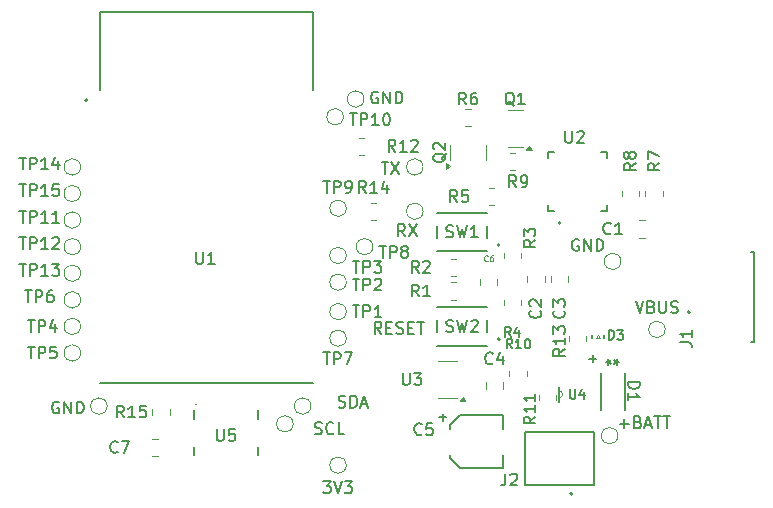
<source format=gbr>
%TF.GenerationSoftware,KiCad,Pcbnew,8.0.8-8.0.8-0~ubuntu24.04.1*%
%TF.CreationDate,2025-02-07T13:21:18-05:00*%
%TF.ProjectId,snowboard,736e6f77-626f-4617-9264-2e6b69636164,rev?*%
%TF.SameCoordinates,Original*%
%TF.FileFunction,Legend,Top*%
%TF.FilePolarity,Positive*%
%FSLAX46Y46*%
G04 Gerber Fmt 4.6, Leading zero omitted, Abs format (unit mm)*
G04 Created by KiCad (PCBNEW 8.0.8-8.0.8-0~ubuntu24.04.1) date 2025-02-07 13:21:18*
%MOMM*%
%LPD*%
G01*
G04 APERTURE LIST*
%ADD10C,0.150000*%
%ADD11C,0.125000*%
%ADD12C,0.120000*%
%ADD13C,0.127000*%
%ADD14C,0.200000*%
%ADD15C,0.100000*%
%ADD16C,0.152400*%
G04 APERTURE END LIST*
D10*
X177360588Y-122417438D02*
X177265350Y-122369819D01*
X177265350Y-122369819D02*
X177122493Y-122369819D01*
X177122493Y-122369819D02*
X176979636Y-122417438D01*
X176979636Y-122417438D02*
X176884398Y-122512676D01*
X176884398Y-122512676D02*
X176836779Y-122607914D01*
X176836779Y-122607914D02*
X176789160Y-122798390D01*
X176789160Y-122798390D02*
X176789160Y-122941247D01*
X176789160Y-122941247D02*
X176836779Y-123131723D01*
X176836779Y-123131723D02*
X176884398Y-123226961D01*
X176884398Y-123226961D02*
X176979636Y-123322200D01*
X176979636Y-123322200D02*
X177122493Y-123369819D01*
X177122493Y-123369819D02*
X177217731Y-123369819D01*
X177217731Y-123369819D02*
X177360588Y-123322200D01*
X177360588Y-123322200D02*
X177408207Y-123274580D01*
X177408207Y-123274580D02*
X177408207Y-122941247D01*
X177408207Y-122941247D02*
X177217731Y-122941247D01*
X177836779Y-123369819D02*
X177836779Y-122369819D01*
X177836779Y-122369819D02*
X178408207Y-123369819D01*
X178408207Y-123369819D02*
X178408207Y-122369819D01*
X178884398Y-123369819D02*
X178884398Y-122369819D01*
X178884398Y-122369819D02*
X179122493Y-122369819D01*
X179122493Y-122369819D02*
X179265350Y-122417438D01*
X179265350Y-122417438D02*
X179360588Y-122512676D01*
X179360588Y-122512676D02*
X179408207Y-122607914D01*
X179408207Y-122607914D02*
X179455826Y-122798390D01*
X179455826Y-122798390D02*
X179455826Y-122941247D01*
X179455826Y-122941247D02*
X179408207Y-123131723D01*
X179408207Y-123131723D02*
X179360588Y-123226961D01*
X179360588Y-123226961D02*
X179265350Y-123322200D01*
X179265350Y-123322200D02*
X179122493Y-123369819D01*
X179122493Y-123369819D02*
X178884398Y-123369819D01*
X160360588Y-109917438D02*
X160265350Y-109869819D01*
X160265350Y-109869819D02*
X160122493Y-109869819D01*
X160122493Y-109869819D02*
X159979636Y-109917438D01*
X159979636Y-109917438D02*
X159884398Y-110012676D01*
X159884398Y-110012676D02*
X159836779Y-110107914D01*
X159836779Y-110107914D02*
X159789160Y-110298390D01*
X159789160Y-110298390D02*
X159789160Y-110441247D01*
X159789160Y-110441247D02*
X159836779Y-110631723D01*
X159836779Y-110631723D02*
X159884398Y-110726961D01*
X159884398Y-110726961D02*
X159979636Y-110822200D01*
X159979636Y-110822200D02*
X160122493Y-110869819D01*
X160122493Y-110869819D02*
X160217731Y-110869819D01*
X160217731Y-110869819D02*
X160360588Y-110822200D01*
X160360588Y-110822200D02*
X160408207Y-110774580D01*
X160408207Y-110774580D02*
X160408207Y-110441247D01*
X160408207Y-110441247D02*
X160217731Y-110441247D01*
X160836779Y-110869819D02*
X160836779Y-109869819D01*
X160836779Y-109869819D02*
X161408207Y-110869819D01*
X161408207Y-110869819D02*
X161408207Y-109869819D01*
X161884398Y-110869819D02*
X161884398Y-109869819D01*
X161884398Y-109869819D02*
X162122493Y-109869819D01*
X162122493Y-109869819D02*
X162265350Y-109917438D01*
X162265350Y-109917438D02*
X162360588Y-110012676D01*
X162360588Y-110012676D02*
X162408207Y-110107914D01*
X162408207Y-110107914D02*
X162455826Y-110298390D01*
X162455826Y-110298390D02*
X162455826Y-110441247D01*
X162455826Y-110441247D02*
X162408207Y-110631723D01*
X162408207Y-110631723D02*
X162360588Y-110726961D01*
X162360588Y-110726961D02*
X162265350Y-110822200D01*
X162265350Y-110822200D02*
X162122493Y-110869819D01*
X162122493Y-110869819D02*
X161884398Y-110869819D01*
X155039160Y-138822200D02*
X155182017Y-138869819D01*
X155182017Y-138869819D02*
X155420112Y-138869819D01*
X155420112Y-138869819D02*
X155515350Y-138822200D01*
X155515350Y-138822200D02*
X155562969Y-138774580D01*
X155562969Y-138774580D02*
X155610588Y-138679342D01*
X155610588Y-138679342D02*
X155610588Y-138584104D01*
X155610588Y-138584104D02*
X155562969Y-138488866D01*
X155562969Y-138488866D02*
X155515350Y-138441247D01*
X155515350Y-138441247D02*
X155420112Y-138393628D01*
X155420112Y-138393628D02*
X155229636Y-138346009D01*
X155229636Y-138346009D02*
X155134398Y-138298390D01*
X155134398Y-138298390D02*
X155086779Y-138250771D01*
X155086779Y-138250771D02*
X155039160Y-138155533D01*
X155039160Y-138155533D02*
X155039160Y-138060295D01*
X155039160Y-138060295D02*
X155086779Y-137965057D01*
X155086779Y-137965057D02*
X155134398Y-137917438D01*
X155134398Y-137917438D02*
X155229636Y-137869819D01*
X155229636Y-137869819D02*
X155467731Y-137869819D01*
X155467731Y-137869819D02*
X155610588Y-137917438D01*
X156610588Y-138774580D02*
X156562969Y-138822200D01*
X156562969Y-138822200D02*
X156420112Y-138869819D01*
X156420112Y-138869819D02*
X156324874Y-138869819D01*
X156324874Y-138869819D02*
X156182017Y-138822200D01*
X156182017Y-138822200D02*
X156086779Y-138726961D01*
X156086779Y-138726961D02*
X156039160Y-138631723D01*
X156039160Y-138631723D02*
X155991541Y-138441247D01*
X155991541Y-138441247D02*
X155991541Y-138298390D01*
X155991541Y-138298390D02*
X156039160Y-138107914D01*
X156039160Y-138107914D02*
X156086779Y-138012676D01*
X156086779Y-138012676D02*
X156182017Y-137917438D01*
X156182017Y-137917438D02*
X156324874Y-137869819D01*
X156324874Y-137869819D02*
X156420112Y-137869819D01*
X156420112Y-137869819D02*
X156562969Y-137917438D01*
X156562969Y-137917438D02*
X156610588Y-137965057D01*
X157515350Y-138869819D02*
X157039160Y-138869819D01*
X157039160Y-138869819D02*
X157039160Y-137869819D01*
X162658207Y-122119819D02*
X162324874Y-121643628D01*
X162086779Y-122119819D02*
X162086779Y-121119819D01*
X162086779Y-121119819D02*
X162467731Y-121119819D01*
X162467731Y-121119819D02*
X162562969Y-121167438D01*
X162562969Y-121167438D02*
X162610588Y-121215057D01*
X162610588Y-121215057D02*
X162658207Y-121310295D01*
X162658207Y-121310295D02*
X162658207Y-121453152D01*
X162658207Y-121453152D02*
X162610588Y-121548390D01*
X162610588Y-121548390D02*
X162562969Y-121596009D01*
X162562969Y-121596009D02*
X162467731Y-121643628D01*
X162467731Y-121643628D02*
X162086779Y-121643628D01*
X162991541Y-121119819D02*
X163658207Y-122119819D01*
X163658207Y-121119819D02*
X162991541Y-122119819D01*
X182193922Y-127619819D02*
X182527255Y-128619819D01*
X182527255Y-128619819D02*
X182860588Y-127619819D01*
X183527255Y-128096009D02*
X183670112Y-128143628D01*
X183670112Y-128143628D02*
X183717731Y-128191247D01*
X183717731Y-128191247D02*
X183765350Y-128286485D01*
X183765350Y-128286485D02*
X183765350Y-128429342D01*
X183765350Y-128429342D02*
X183717731Y-128524580D01*
X183717731Y-128524580D02*
X183670112Y-128572200D01*
X183670112Y-128572200D02*
X183574874Y-128619819D01*
X183574874Y-128619819D02*
X183193922Y-128619819D01*
X183193922Y-128619819D02*
X183193922Y-127619819D01*
X183193922Y-127619819D02*
X183527255Y-127619819D01*
X183527255Y-127619819D02*
X183622493Y-127667438D01*
X183622493Y-127667438D02*
X183670112Y-127715057D01*
X183670112Y-127715057D02*
X183717731Y-127810295D01*
X183717731Y-127810295D02*
X183717731Y-127905533D01*
X183717731Y-127905533D02*
X183670112Y-128000771D01*
X183670112Y-128000771D02*
X183622493Y-128048390D01*
X183622493Y-128048390D02*
X183527255Y-128096009D01*
X183527255Y-128096009D02*
X183193922Y-128096009D01*
X184193922Y-127619819D02*
X184193922Y-128429342D01*
X184193922Y-128429342D02*
X184241541Y-128524580D01*
X184241541Y-128524580D02*
X184289160Y-128572200D01*
X184289160Y-128572200D02*
X184384398Y-128619819D01*
X184384398Y-128619819D02*
X184574874Y-128619819D01*
X184574874Y-128619819D02*
X184670112Y-128572200D01*
X184670112Y-128572200D02*
X184717731Y-128524580D01*
X184717731Y-128524580D02*
X184765350Y-128429342D01*
X184765350Y-128429342D02*
X184765350Y-127619819D01*
X185193922Y-128572200D02*
X185336779Y-128619819D01*
X185336779Y-128619819D02*
X185574874Y-128619819D01*
X185574874Y-128619819D02*
X185670112Y-128572200D01*
X185670112Y-128572200D02*
X185717731Y-128524580D01*
X185717731Y-128524580D02*
X185765350Y-128429342D01*
X185765350Y-128429342D02*
X185765350Y-128334104D01*
X185765350Y-128334104D02*
X185717731Y-128238866D01*
X185717731Y-128238866D02*
X185670112Y-128191247D01*
X185670112Y-128191247D02*
X185574874Y-128143628D01*
X185574874Y-128143628D02*
X185384398Y-128096009D01*
X185384398Y-128096009D02*
X185289160Y-128048390D01*
X185289160Y-128048390D02*
X185241541Y-128000771D01*
X185241541Y-128000771D02*
X185193922Y-127905533D01*
X185193922Y-127905533D02*
X185193922Y-127810295D01*
X185193922Y-127810295D02*
X185241541Y-127715057D01*
X185241541Y-127715057D02*
X185289160Y-127667438D01*
X185289160Y-127667438D02*
X185384398Y-127619819D01*
X185384398Y-127619819D02*
X185622493Y-127619819D01*
X185622493Y-127619819D02*
X185765350Y-127667438D01*
X133360588Y-136167438D02*
X133265350Y-136119819D01*
X133265350Y-136119819D02*
X133122493Y-136119819D01*
X133122493Y-136119819D02*
X132979636Y-136167438D01*
X132979636Y-136167438D02*
X132884398Y-136262676D01*
X132884398Y-136262676D02*
X132836779Y-136357914D01*
X132836779Y-136357914D02*
X132789160Y-136548390D01*
X132789160Y-136548390D02*
X132789160Y-136691247D01*
X132789160Y-136691247D02*
X132836779Y-136881723D01*
X132836779Y-136881723D02*
X132884398Y-136976961D01*
X132884398Y-136976961D02*
X132979636Y-137072200D01*
X132979636Y-137072200D02*
X133122493Y-137119819D01*
X133122493Y-137119819D02*
X133217731Y-137119819D01*
X133217731Y-137119819D02*
X133360588Y-137072200D01*
X133360588Y-137072200D02*
X133408207Y-137024580D01*
X133408207Y-137024580D02*
X133408207Y-136691247D01*
X133408207Y-136691247D02*
X133217731Y-136691247D01*
X133836779Y-137119819D02*
X133836779Y-136119819D01*
X133836779Y-136119819D02*
X134408207Y-137119819D01*
X134408207Y-137119819D02*
X134408207Y-136119819D01*
X134884398Y-137119819D02*
X134884398Y-136119819D01*
X134884398Y-136119819D02*
X135122493Y-136119819D01*
X135122493Y-136119819D02*
X135265350Y-136167438D01*
X135265350Y-136167438D02*
X135360588Y-136262676D01*
X135360588Y-136262676D02*
X135408207Y-136357914D01*
X135408207Y-136357914D02*
X135455826Y-136548390D01*
X135455826Y-136548390D02*
X135455826Y-136691247D01*
X135455826Y-136691247D02*
X135408207Y-136881723D01*
X135408207Y-136881723D02*
X135360588Y-136976961D01*
X135360588Y-136976961D02*
X135265350Y-137072200D01*
X135265350Y-137072200D02*
X135122493Y-137119819D01*
X135122493Y-137119819D02*
X134884398Y-137119819D01*
X180836779Y-137988866D02*
X181598684Y-137988866D01*
X181217731Y-138369819D02*
X181217731Y-137607914D01*
X182408207Y-137846009D02*
X182551064Y-137893628D01*
X182551064Y-137893628D02*
X182598683Y-137941247D01*
X182598683Y-137941247D02*
X182646302Y-138036485D01*
X182646302Y-138036485D02*
X182646302Y-138179342D01*
X182646302Y-138179342D02*
X182598683Y-138274580D01*
X182598683Y-138274580D02*
X182551064Y-138322200D01*
X182551064Y-138322200D02*
X182455826Y-138369819D01*
X182455826Y-138369819D02*
X182074874Y-138369819D01*
X182074874Y-138369819D02*
X182074874Y-137369819D01*
X182074874Y-137369819D02*
X182408207Y-137369819D01*
X182408207Y-137369819D02*
X182503445Y-137417438D01*
X182503445Y-137417438D02*
X182551064Y-137465057D01*
X182551064Y-137465057D02*
X182598683Y-137560295D01*
X182598683Y-137560295D02*
X182598683Y-137655533D01*
X182598683Y-137655533D02*
X182551064Y-137750771D01*
X182551064Y-137750771D02*
X182503445Y-137798390D01*
X182503445Y-137798390D02*
X182408207Y-137846009D01*
X182408207Y-137846009D02*
X182074874Y-137846009D01*
X183027255Y-138084104D02*
X183503445Y-138084104D01*
X182932017Y-138369819D02*
X183265350Y-137369819D01*
X183265350Y-137369819D02*
X183598683Y-138369819D01*
X183789160Y-137369819D02*
X184360588Y-137369819D01*
X184074874Y-138369819D02*
X184074874Y-137369819D01*
X184551065Y-137369819D02*
X185122493Y-137369819D01*
X184836779Y-138369819D02*
X184836779Y-137369819D01*
X160658207Y-130369819D02*
X160324874Y-129893628D01*
X160086779Y-130369819D02*
X160086779Y-129369819D01*
X160086779Y-129369819D02*
X160467731Y-129369819D01*
X160467731Y-129369819D02*
X160562969Y-129417438D01*
X160562969Y-129417438D02*
X160610588Y-129465057D01*
X160610588Y-129465057D02*
X160658207Y-129560295D01*
X160658207Y-129560295D02*
X160658207Y-129703152D01*
X160658207Y-129703152D02*
X160610588Y-129798390D01*
X160610588Y-129798390D02*
X160562969Y-129846009D01*
X160562969Y-129846009D02*
X160467731Y-129893628D01*
X160467731Y-129893628D02*
X160086779Y-129893628D01*
X161086779Y-129846009D02*
X161420112Y-129846009D01*
X161562969Y-130369819D02*
X161086779Y-130369819D01*
X161086779Y-130369819D02*
X161086779Y-129369819D01*
X161086779Y-129369819D02*
X161562969Y-129369819D01*
X161943922Y-130322200D02*
X162086779Y-130369819D01*
X162086779Y-130369819D02*
X162324874Y-130369819D01*
X162324874Y-130369819D02*
X162420112Y-130322200D01*
X162420112Y-130322200D02*
X162467731Y-130274580D01*
X162467731Y-130274580D02*
X162515350Y-130179342D01*
X162515350Y-130179342D02*
X162515350Y-130084104D01*
X162515350Y-130084104D02*
X162467731Y-129988866D01*
X162467731Y-129988866D02*
X162420112Y-129941247D01*
X162420112Y-129941247D02*
X162324874Y-129893628D01*
X162324874Y-129893628D02*
X162134398Y-129846009D01*
X162134398Y-129846009D02*
X162039160Y-129798390D01*
X162039160Y-129798390D02*
X161991541Y-129750771D01*
X161991541Y-129750771D02*
X161943922Y-129655533D01*
X161943922Y-129655533D02*
X161943922Y-129560295D01*
X161943922Y-129560295D02*
X161991541Y-129465057D01*
X161991541Y-129465057D02*
X162039160Y-129417438D01*
X162039160Y-129417438D02*
X162134398Y-129369819D01*
X162134398Y-129369819D02*
X162372493Y-129369819D01*
X162372493Y-129369819D02*
X162515350Y-129417438D01*
X162943922Y-129846009D02*
X163277255Y-129846009D01*
X163420112Y-130369819D02*
X162943922Y-130369819D01*
X162943922Y-130369819D02*
X162943922Y-129369819D01*
X162943922Y-129369819D02*
X163420112Y-129369819D01*
X163705827Y-129369819D02*
X164277255Y-129369819D01*
X163991541Y-130369819D02*
X163991541Y-129369819D01*
X155741541Y-142869819D02*
X156360588Y-142869819D01*
X156360588Y-142869819D02*
X156027255Y-143250771D01*
X156027255Y-143250771D02*
X156170112Y-143250771D01*
X156170112Y-143250771D02*
X156265350Y-143298390D01*
X156265350Y-143298390D02*
X156312969Y-143346009D01*
X156312969Y-143346009D02*
X156360588Y-143441247D01*
X156360588Y-143441247D02*
X156360588Y-143679342D01*
X156360588Y-143679342D02*
X156312969Y-143774580D01*
X156312969Y-143774580D02*
X156265350Y-143822200D01*
X156265350Y-143822200D02*
X156170112Y-143869819D01*
X156170112Y-143869819D02*
X155884398Y-143869819D01*
X155884398Y-143869819D02*
X155789160Y-143822200D01*
X155789160Y-143822200D02*
X155741541Y-143774580D01*
X156646303Y-142869819D02*
X156979636Y-143869819D01*
X156979636Y-143869819D02*
X157312969Y-142869819D01*
X157551065Y-142869819D02*
X158170112Y-142869819D01*
X158170112Y-142869819D02*
X157836779Y-143250771D01*
X157836779Y-143250771D02*
X157979636Y-143250771D01*
X157979636Y-143250771D02*
X158074874Y-143298390D01*
X158074874Y-143298390D02*
X158122493Y-143346009D01*
X158122493Y-143346009D02*
X158170112Y-143441247D01*
X158170112Y-143441247D02*
X158170112Y-143679342D01*
X158170112Y-143679342D02*
X158122493Y-143774580D01*
X158122493Y-143774580D02*
X158074874Y-143822200D01*
X158074874Y-143822200D02*
X157979636Y-143869819D01*
X157979636Y-143869819D02*
X157693922Y-143869819D01*
X157693922Y-143869819D02*
X157598684Y-143822200D01*
X157598684Y-143822200D02*
X157551065Y-143774580D01*
X157039160Y-136572200D02*
X157182017Y-136619819D01*
X157182017Y-136619819D02*
X157420112Y-136619819D01*
X157420112Y-136619819D02*
X157515350Y-136572200D01*
X157515350Y-136572200D02*
X157562969Y-136524580D01*
X157562969Y-136524580D02*
X157610588Y-136429342D01*
X157610588Y-136429342D02*
X157610588Y-136334104D01*
X157610588Y-136334104D02*
X157562969Y-136238866D01*
X157562969Y-136238866D02*
X157515350Y-136191247D01*
X157515350Y-136191247D02*
X157420112Y-136143628D01*
X157420112Y-136143628D02*
X157229636Y-136096009D01*
X157229636Y-136096009D02*
X157134398Y-136048390D01*
X157134398Y-136048390D02*
X157086779Y-136000771D01*
X157086779Y-136000771D02*
X157039160Y-135905533D01*
X157039160Y-135905533D02*
X157039160Y-135810295D01*
X157039160Y-135810295D02*
X157086779Y-135715057D01*
X157086779Y-135715057D02*
X157134398Y-135667438D01*
X157134398Y-135667438D02*
X157229636Y-135619819D01*
X157229636Y-135619819D02*
X157467731Y-135619819D01*
X157467731Y-135619819D02*
X157610588Y-135667438D01*
X158039160Y-136619819D02*
X158039160Y-135619819D01*
X158039160Y-135619819D02*
X158277255Y-135619819D01*
X158277255Y-135619819D02*
X158420112Y-135667438D01*
X158420112Y-135667438D02*
X158515350Y-135762676D01*
X158515350Y-135762676D02*
X158562969Y-135857914D01*
X158562969Y-135857914D02*
X158610588Y-136048390D01*
X158610588Y-136048390D02*
X158610588Y-136191247D01*
X158610588Y-136191247D02*
X158562969Y-136381723D01*
X158562969Y-136381723D02*
X158515350Y-136476961D01*
X158515350Y-136476961D02*
X158420112Y-136572200D01*
X158420112Y-136572200D02*
X158277255Y-136619819D01*
X158277255Y-136619819D02*
X158039160Y-136619819D01*
X158991541Y-136334104D02*
X159467731Y-136334104D01*
X158896303Y-136619819D02*
X159229636Y-135619819D01*
X159229636Y-135619819D02*
X159562969Y-136619819D01*
X160693922Y-115869819D02*
X161265350Y-115869819D01*
X160979636Y-116869819D02*
X160979636Y-115869819D01*
X161503446Y-115869819D02*
X162170112Y-116869819D01*
X162170112Y-115869819D02*
X161503446Y-116869819D01*
X138857142Y-137454819D02*
X138523809Y-136978628D01*
X138285714Y-137454819D02*
X138285714Y-136454819D01*
X138285714Y-136454819D02*
X138666666Y-136454819D01*
X138666666Y-136454819D02*
X138761904Y-136502438D01*
X138761904Y-136502438D02*
X138809523Y-136550057D01*
X138809523Y-136550057D02*
X138857142Y-136645295D01*
X138857142Y-136645295D02*
X138857142Y-136788152D01*
X138857142Y-136788152D02*
X138809523Y-136883390D01*
X138809523Y-136883390D02*
X138761904Y-136931009D01*
X138761904Y-136931009D02*
X138666666Y-136978628D01*
X138666666Y-136978628D02*
X138285714Y-136978628D01*
X139809523Y-137454819D02*
X139238095Y-137454819D01*
X139523809Y-137454819D02*
X139523809Y-136454819D01*
X139523809Y-136454819D02*
X139428571Y-136597676D01*
X139428571Y-136597676D02*
X139333333Y-136692914D01*
X139333333Y-136692914D02*
X139238095Y-136740533D01*
X140714285Y-136454819D02*
X140238095Y-136454819D01*
X140238095Y-136454819D02*
X140190476Y-136931009D01*
X140190476Y-136931009D02*
X140238095Y-136883390D01*
X140238095Y-136883390D02*
X140333333Y-136835771D01*
X140333333Y-136835771D02*
X140571428Y-136835771D01*
X140571428Y-136835771D02*
X140666666Y-136883390D01*
X140666666Y-136883390D02*
X140714285Y-136931009D01*
X140714285Y-136931009D02*
X140761904Y-137026247D01*
X140761904Y-137026247D02*
X140761904Y-137264342D01*
X140761904Y-137264342D02*
X140714285Y-137359580D01*
X140714285Y-137359580D02*
X140666666Y-137407200D01*
X140666666Y-137407200D02*
X140571428Y-137454819D01*
X140571428Y-137454819D02*
X140333333Y-137454819D01*
X140333333Y-137454819D02*
X140238095Y-137407200D01*
X140238095Y-137407200D02*
X140190476Y-137359580D01*
X162488095Y-133704819D02*
X162488095Y-134514342D01*
X162488095Y-134514342D02*
X162535714Y-134609580D01*
X162535714Y-134609580D02*
X162583333Y-134657200D01*
X162583333Y-134657200D02*
X162678571Y-134704819D01*
X162678571Y-134704819D02*
X162869047Y-134704819D01*
X162869047Y-134704819D02*
X162964285Y-134657200D01*
X162964285Y-134657200D02*
X163011904Y-134609580D01*
X163011904Y-134609580D02*
X163059523Y-134514342D01*
X163059523Y-134514342D02*
X163059523Y-133704819D01*
X163440476Y-133704819D02*
X164059523Y-133704819D01*
X164059523Y-133704819D02*
X163726190Y-134085771D01*
X163726190Y-134085771D02*
X163869047Y-134085771D01*
X163869047Y-134085771D02*
X163964285Y-134133390D01*
X163964285Y-134133390D02*
X164011904Y-134181009D01*
X164011904Y-134181009D02*
X164059523Y-134276247D01*
X164059523Y-134276247D02*
X164059523Y-134514342D01*
X164059523Y-134514342D02*
X164011904Y-134609580D01*
X164011904Y-134609580D02*
X163964285Y-134657200D01*
X163964285Y-134657200D02*
X163869047Y-134704819D01*
X163869047Y-134704819D02*
X163583333Y-134704819D01*
X163583333Y-134704819D02*
X163488095Y-134657200D01*
X163488095Y-134657200D02*
X163440476Y-134609580D01*
X180083333Y-121859580D02*
X180035714Y-121907200D01*
X180035714Y-121907200D02*
X179892857Y-121954819D01*
X179892857Y-121954819D02*
X179797619Y-121954819D01*
X179797619Y-121954819D02*
X179654762Y-121907200D01*
X179654762Y-121907200D02*
X179559524Y-121811961D01*
X179559524Y-121811961D02*
X179511905Y-121716723D01*
X179511905Y-121716723D02*
X179464286Y-121526247D01*
X179464286Y-121526247D02*
X179464286Y-121383390D01*
X179464286Y-121383390D02*
X179511905Y-121192914D01*
X179511905Y-121192914D02*
X179559524Y-121097676D01*
X179559524Y-121097676D02*
X179654762Y-121002438D01*
X179654762Y-121002438D02*
X179797619Y-120954819D01*
X179797619Y-120954819D02*
X179892857Y-120954819D01*
X179892857Y-120954819D02*
X180035714Y-121002438D01*
X180035714Y-121002438D02*
X180083333Y-121050057D01*
X181035714Y-121954819D02*
X180464286Y-121954819D01*
X180750000Y-121954819D02*
X180750000Y-120954819D01*
X180750000Y-120954819D02*
X180654762Y-121097676D01*
X180654762Y-121097676D02*
X180559524Y-121192914D01*
X180559524Y-121192914D02*
X180464286Y-121240533D01*
X167833333Y-110954819D02*
X167500000Y-110478628D01*
X167261905Y-110954819D02*
X167261905Y-109954819D01*
X167261905Y-109954819D02*
X167642857Y-109954819D01*
X167642857Y-109954819D02*
X167738095Y-110002438D01*
X167738095Y-110002438D02*
X167785714Y-110050057D01*
X167785714Y-110050057D02*
X167833333Y-110145295D01*
X167833333Y-110145295D02*
X167833333Y-110288152D01*
X167833333Y-110288152D02*
X167785714Y-110383390D01*
X167785714Y-110383390D02*
X167738095Y-110431009D01*
X167738095Y-110431009D02*
X167642857Y-110478628D01*
X167642857Y-110478628D02*
X167261905Y-110478628D01*
X168690476Y-109954819D02*
X168500000Y-109954819D01*
X168500000Y-109954819D02*
X168404762Y-110002438D01*
X168404762Y-110002438D02*
X168357143Y-110050057D01*
X168357143Y-110050057D02*
X168261905Y-110192914D01*
X168261905Y-110192914D02*
X168214286Y-110383390D01*
X168214286Y-110383390D02*
X168214286Y-110764342D01*
X168214286Y-110764342D02*
X168261905Y-110859580D01*
X168261905Y-110859580D02*
X168309524Y-110907200D01*
X168309524Y-110907200D02*
X168404762Y-110954819D01*
X168404762Y-110954819D02*
X168595238Y-110954819D01*
X168595238Y-110954819D02*
X168690476Y-110907200D01*
X168690476Y-110907200D02*
X168738095Y-110859580D01*
X168738095Y-110859580D02*
X168785714Y-110764342D01*
X168785714Y-110764342D02*
X168785714Y-110526247D01*
X168785714Y-110526247D02*
X168738095Y-110431009D01*
X168738095Y-110431009D02*
X168690476Y-110383390D01*
X168690476Y-110383390D02*
X168595238Y-110335771D01*
X168595238Y-110335771D02*
X168404762Y-110335771D01*
X168404762Y-110335771D02*
X168309524Y-110383390D01*
X168309524Y-110383390D02*
X168261905Y-110431009D01*
X168261905Y-110431009D02*
X168214286Y-110526247D01*
X158238095Y-125704819D02*
X158809523Y-125704819D01*
X158523809Y-126704819D02*
X158523809Y-125704819D01*
X159142857Y-126704819D02*
X159142857Y-125704819D01*
X159142857Y-125704819D02*
X159523809Y-125704819D01*
X159523809Y-125704819D02*
X159619047Y-125752438D01*
X159619047Y-125752438D02*
X159666666Y-125800057D01*
X159666666Y-125800057D02*
X159714285Y-125895295D01*
X159714285Y-125895295D02*
X159714285Y-126038152D01*
X159714285Y-126038152D02*
X159666666Y-126133390D01*
X159666666Y-126133390D02*
X159619047Y-126181009D01*
X159619047Y-126181009D02*
X159523809Y-126228628D01*
X159523809Y-126228628D02*
X159142857Y-126228628D01*
X160095238Y-125800057D02*
X160142857Y-125752438D01*
X160142857Y-125752438D02*
X160238095Y-125704819D01*
X160238095Y-125704819D02*
X160476190Y-125704819D01*
X160476190Y-125704819D02*
X160571428Y-125752438D01*
X160571428Y-125752438D02*
X160619047Y-125800057D01*
X160619047Y-125800057D02*
X160666666Y-125895295D01*
X160666666Y-125895295D02*
X160666666Y-125990533D01*
X160666666Y-125990533D02*
X160619047Y-126133390D01*
X160619047Y-126133390D02*
X160047619Y-126704819D01*
X160047619Y-126704819D02*
X160666666Y-126704819D01*
X130011905Y-117704819D02*
X130583333Y-117704819D01*
X130297619Y-118704819D02*
X130297619Y-117704819D01*
X130916667Y-118704819D02*
X130916667Y-117704819D01*
X130916667Y-117704819D02*
X131297619Y-117704819D01*
X131297619Y-117704819D02*
X131392857Y-117752438D01*
X131392857Y-117752438D02*
X131440476Y-117800057D01*
X131440476Y-117800057D02*
X131488095Y-117895295D01*
X131488095Y-117895295D02*
X131488095Y-118038152D01*
X131488095Y-118038152D02*
X131440476Y-118133390D01*
X131440476Y-118133390D02*
X131392857Y-118181009D01*
X131392857Y-118181009D02*
X131297619Y-118228628D01*
X131297619Y-118228628D02*
X130916667Y-118228628D01*
X132440476Y-118704819D02*
X131869048Y-118704819D01*
X132154762Y-118704819D02*
X132154762Y-117704819D01*
X132154762Y-117704819D02*
X132059524Y-117847676D01*
X132059524Y-117847676D02*
X131964286Y-117942914D01*
X131964286Y-117942914D02*
X131869048Y-117990533D01*
X133345238Y-117704819D02*
X132869048Y-117704819D01*
X132869048Y-117704819D02*
X132821429Y-118181009D01*
X132821429Y-118181009D02*
X132869048Y-118133390D01*
X132869048Y-118133390D02*
X132964286Y-118085771D01*
X132964286Y-118085771D02*
X133202381Y-118085771D01*
X133202381Y-118085771D02*
X133297619Y-118133390D01*
X133297619Y-118133390D02*
X133345238Y-118181009D01*
X133345238Y-118181009D02*
X133392857Y-118276247D01*
X133392857Y-118276247D02*
X133392857Y-118514342D01*
X133392857Y-118514342D02*
X133345238Y-118609580D01*
X133345238Y-118609580D02*
X133297619Y-118657200D01*
X133297619Y-118657200D02*
X133202381Y-118704819D01*
X133202381Y-118704819D02*
X132964286Y-118704819D01*
X132964286Y-118704819D02*
X132869048Y-118657200D01*
X132869048Y-118657200D02*
X132821429Y-118609580D01*
X184204819Y-115916666D02*
X183728628Y-116249999D01*
X184204819Y-116488094D02*
X183204819Y-116488094D01*
X183204819Y-116488094D02*
X183204819Y-116107142D01*
X183204819Y-116107142D02*
X183252438Y-116011904D01*
X183252438Y-116011904D02*
X183300057Y-115964285D01*
X183300057Y-115964285D02*
X183395295Y-115916666D01*
X183395295Y-115916666D02*
X183538152Y-115916666D01*
X183538152Y-115916666D02*
X183633390Y-115964285D01*
X183633390Y-115964285D02*
X183681009Y-116011904D01*
X183681009Y-116011904D02*
X183728628Y-116107142D01*
X183728628Y-116107142D02*
X183728628Y-116488094D01*
X183204819Y-115583332D02*
X183204819Y-114916666D01*
X183204819Y-114916666D02*
X184204819Y-115345237D01*
X185954819Y-131083333D02*
X186669104Y-131083333D01*
X186669104Y-131083333D02*
X186811961Y-131130952D01*
X186811961Y-131130952D02*
X186907200Y-131226190D01*
X186907200Y-131226190D02*
X186954819Y-131369047D01*
X186954819Y-131369047D02*
X186954819Y-131464285D01*
X186954819Y-130083333D02*
X186954819Y-130654761D01*
X186954819Y-130369047D02*
X185954819Y-130369047D01*
X185954819Y-130369047D02*
X186097676Y-130464285D01*
X186097676Y-130464285D02*
X186192914Y-130559523D01*
X186192914Y-130559523D02*
X186240533Y-130654761D01*
X176109580Y-128416666D02*
X176157200Y-128464285D01*
X176157200Y-128464285D02*
X176204819Y-128607142D01*
X176204819Y-128607142D02*
X176204819Y-128702380D01*
X176204819Y-128702380D02*
X176157200Y-128845237D01*
X176157200Y-128845237D02*
X176061961Y-128940475D01*
X176061961Y-128940475D02*
X175966723Y-128988094D01*
X175966723Y-128988094D02*
X175776247Y-129035713D01*
X175776247Y-129035713D02*
X175633390Y-129035713D01*
X175633390Y-129035713D02*
X175442914Y-128988094D01*
X175442914Y-128988094D02*
X175347676Y-128940475D01*
X175347676Y-128940475D02*
X175252438Y-128845237D01*
X175252438Y-128845237D02*
X175204819Y-128702380D01*
X175204819Y-128702380D02*
X175204819Y-128607142D01*
X175204819Y-128607142D02*
X175252438Y-128464285D01*
X175252438Y-128464285D02*
X175300057Y-128416666D01*
X175204819Y-128083332D02*
X175204819Y-127464285D01*
X175204819Y-127464285D02*
X175585771Y-127797618D01*
X175585771Y-127797618D02*
X175585771Y-127654761D01*
X175585771Y-127654761D02*
X175633390Y-127559523D01*
X175633390Y-127559523D02*
X175681009Y-127511904D01*
X175681009Y-127511904D02*
X175776247Y-127464285D01*
X175776247Y-127464285D02*
X176014342Y-127464285D01*
X176014342Y-127464285D02*
X176109580Y-127511904D01*
X176109580Y-127511904D02*
X176157200Y-127559523D01*
X176157200Y-127559523D02*
X176204819Y-127654761D01*
X176204819Y-127654761D02*
X176204819Y-127940475D01*
X176204819Y-127940475D02*
X176157200Y-128035713D01*
X176157200Y-128035713D02*
X176109580Y-128083332D01*
X155738095Y-117454819D02*
X156309523Y-117454819D01*
X156023809Y-118454819D02*
X156023809Y-117454819D01*
X156642857Y-118454819D02*
X156642857Y-117454819D01*
X156642857Y-117454819D02*
X157023809Y-117454819D01*
X157023809Y-117454819D02*
X157119047Y-117502438D01*
X157119047Y-117502438D02*
X157166666Y-117550057D01*
X157166666Y-117550057D02*
X157214285Y-117645295D01*
X157214285Y-117645295D02*
X157214285Y-117788152D01*
X157214285Y-117788152D02*
X157166666Y-117883390D01*
X157166666Y-117883390D02*
X157119047Y-117931009D01*
X157119047Y-117931009D02*
X157023809Y-117978628D01*
X157023809Y-117978628D02*
X156642857Y-117978628D01*
X157690476Y-118454819D02*
X157880952Y-118454819D01*
X157880952Y-118454819D02*
X157976190Y-118407200D01*
X157976190Y-118407200D02*
X158023809Y-118359580D01*
X158023809Y-118359580D02*
X158119047Y-118216723D01*
X158119047Y-118216723D02*
X158166666Y-118026247D01*
X158166666Y-118026247D02*
X158166666Y-117645295D01*
X158166666Y-117645295D02*
X158119047Y-117550057D01*
X158119047Y-117550057D02*
X158071428Y-117502438D01*
X158071428Y-117502438D02*
X157976190Y-117454819D01*
X157976190Y-117454819D02*
X157785714Y-117454819D01*
X157785714Y-117454819D02*
X157690476Y-117502438D01*
X157690476Y-117502438D02*
X157642857Y-117550057D01*
X157642857Y-117550057D02*
X157595238Y-117645295D01*
X157595238Y-117645295D02*
X157595238Y-117883390D01*
X157595238Y-117883390D02*
X157642857Y-117978628D01*
X157642857Y-117978628D02*
X157690476Y-118026247D01*
X157690476Y-118026247D02*
X157785714Y-118073866D01*
X157785714Y-118073866D02*
X157976190Y-118073866D01*
X157976190Y-118073866D02*
X158071428Y-118026247D01*
X158071428Y-118026247D02*
X158119047Y-117978628D01*
X158119047Y-117978628D02*
X158166666Y-117883390D01*
X160488095Y-122954819D02*
X161059523Y-122954819D01*
X160773809Y-123954819D02*
X160773809Y-122954819D01*
X161392857Y-123954819D02*
X161392857Y-122954819D01*
X161392857Y-122954819D02*
X161773809Y-122954819D01*
X161773809Y-122954819D02*
X161869047Y-123002438D01*
X161869047Y-123002438D02*
X161916666Y-123050057D01*
X161916666Y-123050057D02*
X161964285Y-123145295D01*
X161964285Y-123145295D02*
X161964285Y-123288152D01*
X161964285Y-123288152D02*
X161916666Y-123383390D01*
X161916666Y-123383390D02*
X161869047Y-123431009D01*
X161869047Y-123431009D02*
X161773809Y-123478628D01*
X161773809Y-123478628D02*
X161392857Y-123478628D01*
X162535714Y-123383390D02*
X162440476Y-123335771D01*
X162440476Y-123335771D02*
X162392857Y-123288152D01*
X162392857Y-123288152D02*
X162345238Y-123192914D01*
X162345238Y-123192914D02*
X162345238Y-123145295D01*
X162345238Y-123145295D02*
X162392857Y-123050057D01*
X162392857Y-123050057D02*
X162440476Y-123002438D01*
X162440476Y-123002438D02*
X162535714Y-122954819D01*
X162535714Y-122954819D02*
X162726190Y-122954819D01*
X162726190Y-122954819D02*
X162821428Y-123002438D01*
X162821428Y-123002438D02*
X162869047Y-123050057D01*
X162869047Y-123050057D02*
X162916666Y-123145295D01*
X162916666Y-123145295D02*
X162916666Y-123192914D01*
X162916666Y-123192914D02*
X162869047Y-123288152D01*
X162869047Y-123288152D02*
X162821428Y-123335771D01*
X162821428Y-123335771D02*
X162726190Y-123383390D01*
X162726190Y-123383390D02*
X162535714Y-123383390D01*
X162535714Y-123383390D02*
X162440476Y-123431009D01*
X162440476Y-123431009D02*
X162392857Y-123478628D01*
X162392857Y-123478628D02*
X162345238Y-123573866D01*
X162345238Y-123573866D02*
X162345238Y-123764342D01*
X162345238Y-123764342D02*
X162392857Y-123859580D01*
X162392857Y-123859580D02*
X162440476Y-123907200D01*
X162440476Y-123907200D02*
X162535714Y-123954819D01*
X162535714Y-123954819D02*
X162726190Y-123954819D01*
X162726190Y-123954819D02*
X162821428Y-123907200D01*
X162821428Y-123907200D02*
X162869047Y-123859580D01*
X162869047Y-123859580D02*
X162916666Y-123764342D01*
X162916666Y-123764342D02*
X162916666Y-123573866D01*
X162916666Y-123573866D02*
X162869047Y-123478628D01*
X162869047Y-123478628D02*
X162821428Y-123431009D01*
X162821428Y-123431009D02*
X162726190Y-123383390D01*
X172083333Y-117954819D02*
X171750000Y-117478628D01*
X171511905Y-117954819D02*
X171511905Y-116954819D01*
X171511905Y-116954819D02*
X171892857Y-116954819D01*
X171892857Y-116954819D02*
X171988095Y-117002438D01*
X171988095Y-117002438D02*
X172035714Y-117050057D01*
X172035714Y-117050057D02*
X172083333Y-117145295D01*
X172083333Y-117145295D02*
X172083333Y-117288152D01*
X172083333Y-117288152D02*
X172035714Y-117383390D01*
X172035714Y-117383390D02*
X171988095Y-117431009D01*
X171988095Y-117431009D02*
X171892857Y-117478628D01*
X171892857Y-117478628D02*
X171511905Y-117478628D01*
X172559524Y-117954819D02*
X172750000Y-117954819D01*
X172750000Y-117954819D02*
X172845238Y-117907200D01*
X172845238Y-117907200D02*
X172892857Y-117859580D01*
X172892857Y-117859580D02*
X172988095Y-117716723D01*
X172988095Y-117716723D02*
X173035714Y-117526247D01*
X173035714Y-117526247D02*
X173035714Y-117145295D01*
X173035714Y-117145295D02*
X172988095Y-117050057D01*
X172988095Y-117050057D02*
X172940476Y-117002438D01*
X172940476Y-117002438D02*
X172845238Y-116954819D01*
X172845238Y-116954819D02*
X172654762Y-116954819D01*
X172654762Y-116954819D02*
X172559524Y-117002438D01*
X172559524Y-117002438D02*
X172511905Y-117050057D01*
X172511905Y-117050057D02*
X172464286Y-117145295D01*
X172464286Y-117145295D02*
X172464286Y-117383390D01*
X172464286Y-117383390D02*
X172511905Y-117478628D01*
X172511905Y-117478628D02*
X172559524Y-117526247D01*
X172559524Y-117526247D02*
X172654762Y-117573866D01*
X172654762Y-117573866D02*
X172845238Y-117573866D01*
X172845238Y-117573866D02*
X172940476Y-117526247D01*
X172940476Y-117526247D02*
X172988095Y-117478628D01*
X172988095Y-117478628D02*
X173035714Y-117383390D01*
X171166666Y-142204819D02*
X171166666Y-142919104D01*
X171166666Y-142919104D02*
X171119047Y-143061961D01*
X171119047Y-143061961D02*
X171023809Y-143157200D01*
X171023809Y-143157200D02*
X170880952Y-143204819D01*
X170880952Y-143204819D02*
X170785714Y-143204819D01*
X171595238Y-142300057D02*
X171642857Y-142252438D01*
X171642857Y-142252438D02*
X171738095Y-142204819D01*
X171738095Y-142204819D02*
X171976190Y-142204819D01*
X171976190Y-142204819D02*
X172071428Y-142252438D01*
X172071428Y-142252438D02*
X172119047Y-142300057D01*
X172119047Y-142300057D02*
X172166666Y-142395295D01*
X172166666Y-142395295D02*
X172166666Y-142490533D01*
X172166666Y-142490533D02*
X172119047Y-142633390D01*
X172119047Y-142633390D02*
X171547619Y-143204819D01*
X171547619Y-143204819D02*
X172166666Y-143204819D01*
X138333333Y-140359580D02*
X138285714Y-140407200D01*
X138285714Y-140407200D02*
X138142857Y-140454819D01*
X138142857Y-140454819D02*
X138047619Y-140454819D01*
X138047619Y-140454819D02*
X137904762Y-140407200D01*
X137904762Y-140407200D02*
X137809524Y-140311961D01*
X137809524Y-140311961D02*
X137761905Y-140216723D01*
X137761905Y-140216723D02*
X137714286Y-140026247D01*
X137714286Y-140026247D02*
X137714286Y-139883390D01*
X137714286Y-139883390D02*
X137761905Y-139692914D01*
X137761905Y-139692914D02*
X137809524Y-139597676D01*
X137809524Y-139597676D02*
X137904762Y-139502438D01*
X137904762Y-139502438D02*
X138047619Y-139454819D01*
X138047619Y-139454819D02*
X138142857Y-139454819D01*
X138142857Y-139454819D02*
X138285714Y-139502438D01*
X138285714Y-139502438D02*
X138333333Y-139550057D01*
X138666667Y-139454819D02*
X139333333Y-139454819D01*
X139333333Y-139454819D02*
X138904762Y-140454819D01*
X159357142Y-118454819D02*
X159023809Y-117978628D01*
X158785714Y-118454819D02*
X158785714Y-117454819D01*
X158785714Y-117454819D02*
X159166666Y-117454819D01*
X159166666Y-117454819D02*
X159261904Y-117502438D01*
X159261904Y-117502438D02*
X159309523Y-117550057D01*
X159309523Y-117550057D02*
X159357142Y-117645295D01*
X159357142Y-117645295D02*
X159357142Y-117788152D01*
X159357142Y-117788152D02*
X159309523Y-117883390D01*
X159309523Y-117883390D02*
X159261904Y-117931009D01*
X159261904Y-117931009D02*
X159166666Y-117978628D01*
X159166666Y-117978628D02*
X158785714Y-117978628D01*
X160309523Y-118454819D02*
X159738095Y-118454819D01*
X160023809Y-118454819D02*
X160023809Y-117454819D01*
X160023809Y-117454819D02*
X159928571Y-117597676D01*
X159928571Y-117597676D02*
X159833333Y-117692914D01*
X159833333Y-117692914D02*
X159738095Y-117740533D01*
X161166666Y-117788152D02*
X161166666Y-118454819D01*
X160928571Y-117407200D02*
X160690476Y-118121485D01*
X160690476Y-118121485D02*
X161309523Y-118121485D01*
X166166667Y-130157200D02*
X166309524Y-130204819D01*
X166309524Y-130204819D02*
X166547619Y-130204819D01*
X166547619Y-130204819D02*
X166642857Y-130157200D01*
X166642857Y-130157200D02*
X166690476Y-130109580D01*
X166690476Y-130109580D02*
X166738095Y-130014342D01*
X166738095Y-130014342D02*
X166738095Y-129919104D01*
X166738095Y-129919104D02*
X166690476Y-129823866D01*
X166690476Y-129823866D02*
X166642857Y-129776247D01*
X166642857Y-129776247D02*
X166547619Y-129728628D01*
X166547619Y-129728628D02*
X166357143Y-129681009D01*
X166357143Y-129681009D02*
X166261905Y-129633390D01*
X166261905Y-129633390D02*
X166214286Y-129585771D01*
X166214286Y-129585771D02*
X166166667Y-129490533D01*
X166166667Y-129490533D02*
X166166667Y-129395295D01*
X166166667Y-129395295D02*
X166214286Y-129300057D01*
X166214286Y-129300057D02*
X166261905Y-129252438D01*
X166261905Y-129252438D02*
X166357143Y-129204819D01*
X166357143Y-129204819D02*
X166595238Y-129204819D01*
X166595238Y-129204819D02*
X166738095Y-129252438D01*
X167071429Y-129204819D02*
X167309524Y-130204819D01*
X167309524Y-130204819D02*
X167500000Y-129490533D01*
X167500000Y-129490533D02*
X167690476Y-130204819D01*
X167690476Y-130204819D02*
X167928572Y-129204819D01*
X168261905Y-129300057D02*
X168309524Y-129252438D01*
X168309524Y-129252438D02*
X168404762Y-129204819D01*
X168404762Y-129204819D02*
X168642857Y-129204819D01*
X168642857Y-129204819D02*
X168738095Y-129252438D01*
X168738095Y-129252438D02*
X168785714Y-129300057D01*
X168785714Y-129300057D02*
X168833333Y-129395295D01*
X168833333Y-129395295D02*
X168833333Y-129490533D01*
X168833333Y-129490533D02*
X168785714Y-129633390D01*
X168785714Y-129633390D02*
X168214286Y-130204819D01*
X168214286Y-130204819D02*
X168833333Y-130204819D01*
X171735714Y-131612295D02*
X171469047Y-131231342D01*
X171278571Y-131612295D02*
X171278571Y-130812295D01*
X171278571Y-130812295D02*
X171583333Y-130812295D01*
X171583333Y-130812295D02*
X171659523Y-130850390D01*
X171659523Y-130850390D02*
X171697618Y-130888485D01*
X171697618Y-130888485D02*
X171735714Y-130964676D01*
X171735714Y-130964676D02*
X171735714Y-131078961D01*
X171735714Y-131078961D02*
X171697618Y-131155152D01*
X171697618Y-131155152D02*
X171659523Y-131193247D01*
X171659523Y-131193247D02*
X171583333Y-131231342D01*
X171583333Y-131231342D02*
X171278571Y-131231342D01*
X172497618Y-131612295D02*
X172040475Y-131612295D01*
X172269047Y-131612295D02*
X172269047Y-130812295D01*
X172269047Y-130812295D02*
X172192856Y-130926580D01*
X172192856Y-130926580D02*
X172116666Y-131002771D01*
X172116666Y-131002771D02*
X172040475Y-131040866D01*
X172992857Y-130812295D02*
X173069047Y-130812295D01*
X173069047Y-130812295D02*
X173145238Y-130850390D01*
X173145238Y-130850390D02*
X173183333Y-130888485D01*
X173183333Y-130888485D02*
X173221428Y-130964676D01*
X173221428Y-130964676D02*
X173259523Y-131117057D01*
X173259523Y-131117057D02*
X173259523Y-131307533D01*
X173259523Y-131307533D02*
X173221428Y-131459914D01*
X173221428Y-131459914D02*
X173183333Y-131536104D01*
X173183333Y-131536104D02*
X173145238Y-131574200D01*
X173145238Y-131574200D02*
X173069047Y-131612295D01*
X173069047Y-131612295D02*
X172992857Y-131612295D01*
X172992857Y-131612295D02*
X172916666Y-131574200D01*
X172916666Y-131574200D02*
X172878571Y-131536104D01*
X172878571Y-131536104D02*
X172840476Y-131459914D01*
X172840476Y-131459914D02*
X172802380Y-131307533D01*
X172802380Y-131307533D02*
X172802380Y-131117057D01*
X172802380Y-131117057D02*
X172840476Y-130964676D01*
X172840476Y-130964676D02*
X172878571Y-130888485D01*
X172878571Y-130888485D02*
X172916666Y-130850390D01*
X172916666Y-130850390D02*
X172992857Y-130812295D01*
X174109580Y-128416666D02*
X174157200Y-128464285D01*
X174157200Y-128464285D02*
X174204819Y-128607142D01*
X174204819Y-128607142D02*
X174204819Y-128702380D01*
X174204819Y-128702380D02*
X174157200Y-128845237D01*
X174157200Y-128845237D02*
X174061961Y-128940475D01*
X174061961Y-128940475D02*
X173966723Y-128988094D01*
X173966723Y-128988094D02*
X173776247Y-129035713D01*
X173776247Y-129035713D02*
X173633390Y-129035713D01*
X173633390Y-129035713D02*
X173442914Y-128988094D01*
X173442914Y-128988094D02*
X173347676Y-128940475D01*
X173347676Y-128940475D02*
X173252438Y-128845237D01*
X173252438Y-128845237D02*
X173204819Y-128702380D01*
X173204819Y-128702380D02*
X173204819Y-128607142D01*
X173204819Y-128607142D02*
X173252438Y-128464285D01*
X173252438Y-128464285D02*
X173300057Y-128416666D01*
X173300057Y-128035713D02*
X173252438Y-127988094D01*
X173252438Y-127988094D02*
X173204819Y-127892856D01*
X173204819Y-127892856D02*
X173204819Y-127654761D01*
X173204819Y-127654761D02*
X173252438Y-127559523D01*
X173252438Y-127559523D02*
X173300057Y-127511904D01*
X173300057Y-127511904D02*
X173395295Y-127464285D01*
X173395295Y-127464285D02*
X173490533Y-127464285D01*
X173490533Y-127464285D02*
X173633390Y-127511904D01*
X173633390Y-127511904D02*
X174204819Y-128083332D01*
X174204819Y-128083332D02*
X174204819Y-127464285D01*
X146738095Y-138454819D02*
X146738095Y-139264342D01*
X146738095Y-139264342D02*
X146785714Y-139359580D01*
X146785714Y-139359580D02*
X146833333Y-139407200D01*
X146833333Y-139407200D02*
X146928571Y-139454819D01*
X146928571Y-139454819D02*
X147119047Y-139454819D01*
X147119047Y-139454819D02*
X147214285Y-139407200D01*
X147214285Y-139407200D02*
X147261904Y-139359580D01*
X147261904Y-139359580D02*
X147309523Y-139264342D01*
X147309523Y-139264342D02*
X147309523Y-138454819D01*
X148261904Y-138454819D02*
X147785714Y-138454819D01*
X147785714Y-138454819D02*
X147738095Y-138931009D01*
X147738095Y-138931009D02*
X147785714Y-138883390D01*
X147785714Y-138883390D02*
X147880952Y-138835771D01*
X147880952Y-138835771D02*
X148119047Y-138835771D01*
X148119047Y-138835771D02*
X148214285Y-138883390D01*
X148214285Y-138883390D02*
X148261904Y-138931009D01*
X148261904Y-138931009D02*
X148309523Y-139026247D01*
X148309523Y-139026247D02*
X148309523Y-139264342D01*
X148309523Y-139264342D02*
X148261904Y-139359580D01*
X148261904Y-139359580D02*
X148214285Y-139407200D01*
X148214285Y-139407200D02*
X148119047Y-139454819D01*
X148119047Y-139454819D02*
X147880952Y-139454819D01*
X147880952Y-139454819D02*
X147785714Y-139407200D01*
X147785714Y-139407200D02*
X147738095Y-139359580D01*
X166166667Y-122157200D02*
X166309524Y-122204819D01*
X166309524Y-122204819D02*
X166547619Y-122204819D01*
X166547619Y-122204819D02*
X166642857Y-122157200D01*
X166642857Y-122157200D02*
X166690476Y-122109580D01*
X166690476Y-122109580D02*
X166738095Y-122014342D01*
X166738095Y-122014342D02*
X166738095Y-121919104D01*
X166738095Y-121919104D02*
X166690476Y-121823866D01*
X166690476Y-121823866D02*
X166642857Y-121776247D01*
X166642857Y-121776247D02*
X166547619Y-121728628D01*
X166547619Y-121728628D02*
X166357143Y-121681009D01*
X166357143Y-121681009D02*
X166261905Y-121633390D01*
X166261905Y-121633390D02*
X166214286Y-121585771D01*
X166214286Y-121585771D02*
X166166667Y-121490533D01*
X166166667Y-121490533D02*
X166166667Y-121395295D01*
X166166667Y-121395295D02*
X166214286Y-121300057D01*
X166214286Y-121300057D02*
X166261905Y-121252438D01*
X166261905Y-121252438D02*
X166357143Y-121204819D01*
X166357143Y-121204819D02*
X166595238Y-121204819D01*
X166595238Y-121204819D02*
X166738095Y-121252438D01*
X167071429Y-121204819D02*
X167309524Y-122204819D01*
X167309524Y-122204819D02*
X167500000Y-121490533D01*
X167500000Y-121490533D02*
X167690476Y-122204819D01*
X167690476Y-122204819D02*
X167928572Y-121204819D01*
X168833333Y-122204819D02*
X168261905Y-122204819D01*
X168547619Y-122204819D02*
X168547619Y-121204819D01*
X168547619Y-121204819D02*
X168452381Y-121347676D01*
X168452381Y-121347676D02*
X168357143Y-121442914D01*
X168357143Y-121442914D02*
X168261905Y-121490533D01*
X181545180Y-134475205D02*
X182545180Y-134475205D01*
X182545180Y-134475205D02*
X182545180Y-134713300D01*
X182545180Y-134713300D02*
X182497561Y-134856157D01*
X182497561Y-134856157D02*
X182402323Y-134951395D01*
X182402323Y-134951395D02*
X182307085Y-134999014D01*
X182307085Y-134999014D02*
X182116609Y-135046633D01*
X182116609Y-135046633D02*
X181973752Y-135046633D01*
X181973752Y-135046633D02*
X181783276Y-134999014D01*
X181783276Y-134999014D02*
X181688038Y-134951395D01*
X181688038Y-134951395D02*
X181592800Y-134856157D01*
X181592800Y-134856157D02*
X181545180Y-134713300D01*
X181545180Y-134713300D02*
X181545180Y-134475205D01*
X181545180Y-135999014D02*
X181545180Y-135427586D01*
X181545180Y-135713300D02*
X182545180Y-135713300D01*
X182545180Y-135713300D02*
X182402323Y-135618062D01*
X182402323Y-135618062D02*
X182307085Y-135522824D01*
X182307085Y-135522824D02*
X182259466Y-135427586D01*
X180795180Y-132760800D02*
X180557085Y-132760800D01*
X180652323Y-132522705D02*
X180557085Y-132760800D01*
X180557085Y-132760800D02*
X180652323Y-132998895D01*
X180366609Y-132617943D02*
X180557085Y-132760800D01*
X180557085Y-132760800D02*
X180366609Y-132903657D01*
X179704819Y-132760799D02*
X179942914Y-132760799D01*
X179847676Y-132998894D02*
X179942914Y-132760799D01*
X179942914Y-132760799D02*
X179847676Y-132522704D01*
X180133390Y-132903656D02*
X179942914Y-132760799D01*
X179942914Y-132760799D02*
X180133390Y-132617942D01*
X173704819Y-137392857D02*
X173228628Y-137726190D01*
X173704819Y-137964285D02*
X172704819Y-137964285D01*
X172704819Y-137964285D02*
X172704819Y-137583333D01*
X172704819Y-137583333D02*
X172752438Y-137488095D01*
X172752438Y-137488095D02*
X172800057Y-137440476D01*
X172800057Y-137440476D02*
X172895295Y-137392857D01*
X172895295Y-137392857D02*
X173038152Y-137392857D01*
X173038152Y-137392857D02*
X173133390Y-137440476D01*
X173133390Y-137440476D02*
X173181009Y-137488095D01*
X173181009Y-137488095D02*
X173228628Y-137583333D01*
X173228628Y-137583333D02*
X173228628Y-137964285D01*
X173704819Y-136440476D02*
X173704819Y-137011904D01*
X173704819Y-136726190D02*
X172704819Y-136726190D01*
X172704819Y-136726190D02*
X172847676Y-136821428D01*
X172847676Y-136821428D02*
X172942914Y-136916666D01*
X172942914Y-136916666D02*
X172990533Y-137011904D01*
X173704819Y-135488095D02*
X173704819Y-136059523D01*
X173704819Y-135773809D02*
X172704819Y-135773809D01*
X172704819Y-135773809D02*
X172847676Y-135869047D01*
X172847676Y-135869047D02*
X172942914Y-135964285D01*
X172942914Y-135964285D02*
X172990533Y-136059523D01*
X130738095Y-129204819D02*
X131309523Y-129204819D01*
X131023809Y-130204819D02*
X131023809Y-129204819D01*
X131642857Y-130204819D02*
X131642857Y-129204819D01*
X131642857Y-129204819D02*
X132023809Y-129204819D01*
X132023809Y-129204819D02*
X132119047Y-129252438D01*
X132119047Y-129252438D02*
X132166666Y-129300057D01*
X132166666Y-129300057D02*
X132214285Y-129395295D01*
X132214285Y-129395295D02*
X132214285Y-129538152D01*
X132214285Y-129538152D02*
X132166666Y-129633390D01*
X132166666Y-129633390D02*
X132119047Y-129681009D01*
X132119047Y-129681009D02*
X132023809Y-129728628D01*
X132023809Y-129728628D02*
X131642857Y-129728628D01*
X133071428Y-129538152D02*
X133071428Y-130204819D01*
X132833333Y-129157200D02*
X132595238Y-129871485D01*
X132595238Y-129871485D02*
X133214285Y-129871485D01*
X176238095Y-113204819D02*
X176238095Y-114014342D01*
X176238095Y-114014342D02*
X176285714Y-114109580D01*
X176285714Y-114109580D02*
X176333333Y-114157200D01*
X176333333Y-114157200D02*
X176428571Y-114204819D01*
X176428571Y-114204819D02*
X176619047Y-114204819D01*
X176619047Y-114204819D02*
X176714285Y-114157200D01*
X176714285Y-114157200D02*
X176761904Y-114109580D01*
X176761904Y-114109580D02*
X176809523Y-114014342D01*
X176809523Y-114014342D02*
X176809523Y-113204819D01*
X177238095Y-113300057D02*
X177285714Y-113252438D01*
X177285714Y-113252438D02*
X177380952Y-113204819D01*
X177380952Y-113204819D02*
X177619047Y-113204819D01*
X177619047Y-113204819D02*
X177714285Y-113252438D01*
X177714285Y-113252438D02*
X177761904Y-113300057D01*
X177761904Y-113300057D02*
X177809523Y-113395295D01*
X177809523Y-113395295D02*
X177809523Y-113490533D01*
X177809523Y-113490533D02*
X177761904Y-113633390D01*
X177761904Y-113633390D02*
X177190476Y-114204819D01*
X177190476Y-114204819D02*
X177809523Y-114204819D01*
X158238095Y-124204819D02*
X158809523Y-124204819D01*
X158523809Y-125204819D02*
X158523809Y-124204819D01*
X159142857Y-125204819D02*
X159142857Y-124204819D01*
X159142857Y-124204819D02*
X159523809Y-124204819D01*
X159523809Y-124204819D02*
X159619047Y-124252438D01*
X159619047Y-124252438D02*
X159666666Y-124300057D01*
X159666666Y-124300057D02*
X159714285Y-124395295D01*
X159714285Y-124395295D02*
X159714285Y-124538152D01*
X159714285Y-124538152D02*
X159666666Y-124633390D01*
X159666666Y-124633390D02*
X159619047Y-124681009D01*
X159619047Y-124681009D02*
X159523809Y-124728628D01*
X159523809Y-124728628D02*
X159142857Y-124728628D01*
X160047619Y-124204819D02*
X160666666Y-124204819D01*
X160666666Y-124204819D02*
X160333333Y-124585771D01*
X160333333Y-124585771D02*
X160476190Y-124585771D01*
X160476190Y-124585771D02*
X160571428Y-124633390D01*
X160571428Y-124633390D02*
X160619047Y-124681009D01*
X160619047Y-124681009D02*
X160666666Y-124776247D01*
X160666666Y-124776247D02*
X160666666Y-125014342D01*
X160666666Y-125014342D02*
X160619047Y-125109580D01*
X160619047Y-125109580D02*
X160571428Y-125157200D01*
X160571428Y-125157200D02*
X160476190Y-125204819D01*
X160476190Y-125204819D02*
X160190476Y-125204819D01*
X160190476Y-125204819D02*
X160095238Y-125157200D01*
X160095238Y-125157200D02*
X160047619Y-125109580D01*
X130011905Y-122204819D02*
X130583333Y-122204819D01*
X130297619Y-123204819D02*
X130297619Y-122204819D01*
X130916667Y-123204819D02*
X130916667Y-122204819D01*
X130916667Y-122204819D02*
X131297619Y-122204819D01*
X131297619Y-122204819D02*
X131392857Y-122252438D01*
X131392857Y-122252438D02*
X131440476Y-122300057D01*
X131440476Y-122300057D02*
X131488095Y-122395295D01*
X131488095Y-122395295D02*
X131488095Y-122538152D01*
X131488095Y-122538152D02*
X131440476Y-122633390D01*
X131440476Y-122633390D02*
X131392857Y-122681009D01*
X131392857Y-122681009D02*
X131297619Y-122728628D01*
X131297619Y-122728628D02*
X130916667Y-122728628D01*
X132440476Y-123204819D02*
X131869048Y-123204819D01*
X132154762Y-123204819D02*
X132154762Y-122204819D01*
X132154762Y-122204819D02*
X132059524Y-122347676D01*
X132059524Y-122347676D02*
X131964286Y-122442914D01*
X131964286Y-122442914D02*
X131869048Y-122490533D01*
X132821429Y-122300057D02*
X132869048Y-122252438D01*
X132869048Y-122252438D02*
X132964286Y-122204819D01*
X132964286Y-122204819D02*
X133202381Y-122204819D01*
X133202381Y-122204819D02*
X133297619Y-122252438D01*
X133297619Y-122252438D02*
X133345238Y-122300057D01*
X133345238Y-122300057D02*
X133392857Y-122395295D01*
X133392857Y-122395295D02*
X133392857Y-122490533D01*
X133392857Y-122490533D02*
X133345238Y-122633390D01*
X133345238Y-122633390D02*
X132773810Y-123204819D01*
X132773810Y-123204819D02*
X133392857Y-123204819D01*
X163833333Y-127204819D02*
X163500000Y-126728628D01*
X163261905Y-127204819D02*
X163261905Y-126204819D01*
X163261905Y-126204819D02*
X163642857Y-126204819D01*
X163642857Y-126204819D02*
X163738095Y-126252438D01*
X163738095Y-126252438D02*
X163785714Y-126300057D01*
X163785714Y-126300057D02*
X163833333Y-126395295D01*
X163833333Y-126395295D02*
X163833333Y-126538152D01*
X163833333Y-126538152D02*
X163785714Y-126633390D01*
X163785714Y-126633390D02*
X163738095Y-126681009D01*
X163738095Y-126681009D02*
X163642857Y-126728628D01*
X163642857Y-126728628D02*
X163261905Y-126728628D01*
X164785714Y-127204819D02*
X164214286Y-127204819D01*
X164500000Y-127204819D02*
X164500000Y-126204819D01*
X164500000Y-126204819D02*
X164404762Y-126347676D01*
X164404762Y-126347676D02*
X164309524Y-126442914D01*
X164309524Y-126442914D02*
X164214286Y-126490533D01*
X179909524Y-130862295D02*
X179909524Y-130062295D01*
X179909524Y-130062295D02*
X180100000Y-130062295D01*
X180100000Y-130062295D02*
X180214286Y-130100390D01*
X180214286Y-130100390D02*
X180290476Y-130176580D01*
X180290476Y-130176580D02*
X180328571Y-130252771D01*
X180328571Y-130252771D02*
X180366667Y-130405152D01*
X180366667Y-130405152D02*
X180366667Y-130519438D01*
X180366667Y-130519438D02*
X180328571Y-130671819D01*
X180328571Y-130671819D02*
X180290476Y-130748009D01*
X180290476Y-130748009D02*
X180214286Y-130824200D01*
X180214286Y-130824200D02*
X180100000Y-130862295D01*
X180100000Y-130862295D02*
X179909524Y-130862295D01*
X180633333Y-130062295D02*
X181128571Y-130062295D01*
X181128571Y-130062295D02*
X180861905Y-130367057D01*
X180861905Y-130367057D02*
X180976190Y-130367057D01*
X180976190Y-130367057D02*
X181052381Y-130405152D01*
X181052381Y-130405152D02*
X181090476Y-130443247D01*
X181090476Y-130443247D02*
X181128571Y-130519438D01*
X181128571Y-130519438D02*
X181128571Y-130709914D01*
X181128571Y-130709914D02*
X181090476Y-130786104D01*
X181090476Y-130786104D02*
X181052381Y-130824200D01*
X181052381Y-130824200D02*
X180976190Y-130862295D01*
X180976190Y-130862295D02*
X180747619Y-130862295D01*
X180747619Y-130862295D02*
X180671428Y-130824200D01*
X180671428Y-130824200D02*
X180633333Y-130786104D01*
X178557533Y-132804761D02*
X178557533Y-132195238D01*
X178862295Y-132499999D02*
X178252771Y-132499999D01*
X161857142Y-114954819D02*
X161523809Y-114478628D01*
X161285714Y-114954819D02*
X161285714Y-113954819D01*
X161285714Y-113954819D02*
X161666666Y-113954819D01*
X161666666Y-113954819D02*
X161761904Y-114002438D01*
X161761904Y-114002438D02*
X161809523Y-114050057D01*
X161809523Y-114050057D02*
X161857142Y-114145295D01*
X161857142Y-114145295D02*
X161857142Y-114288152D01*
X161857142Y-114288152D02*
X161809523Y-114383390D01*
X161809523Y-114383390D02*
X161761904Y-114431009D01*
X161761904Y-114431009D02*
X161666666Y-114478628D01*
X161666666Y-114478628D02*
X161285714Y-114478628D01*
X162809523Y-114954819D02*
X162238095Y-114954819D01*
X162523809Y-114954819D02*
X162523809Y-113954819D01*
X162523809Y-113954819D02*
X162428571Y-114097676D01*
X162428571Y-114097676D02*
X162333333Y-114192914D01*
X162333333Y-114192914D02*
X162238095Y-114240533D01*
X163190476Y-114050057D02*
X163238095Y-114002438D01*
X163238095Y-114002438D02*
X163333333Y-113954819D01*
X163333333Y-113954819D02*
X163571428Y-113954819D01*
X163571428Y-113954819D02*
X163666666Y-114002438D01*
X163666666Y-114002438D02*
X163714285Y-114050057D01*
X163714285Y-114050057D02*
X163761904Y-114145295D01*
X163761904Y-114145295D02*
X163761904Y-114240533D01*
X163761904Y-114240533D02*
X163714285Y-114383390D01*
X163714285Y-114383390D02*
X163142857Y-114954819D01*
X163142857Y-114954819D02*
X163761904Y-114954819D01*
X130738095Y-131454819D02*
X131309523Y-131454819D01*
X131023809Y-132454819D02*
X131023809Y-131454819D01*
X131642857Y-132454819D02*
X131642857Y-131454819D01*
X131642857Y-131454819D02*
X132023809Y-131454819D01*
X132023809Y-131454819D02*
X132119047Y-131502438D01*
X132119047Y-131502438D02*
X132166666Y-131550057D01*
X132166666Y-131550057D02*
X132214285Y-131645295D01*
X132214285Y-131645295D02*
X132214285Y-131788152D01*
X132214285Y-131788152D02*
X132166666Y-131883390D01*
X132166666Y-131883390D02*
X132119047Y-131931009D01*
X132119047Y-131931009D02*
X132023809Y-131978628D01*
X132023809Y-131978628D02*
X131642857Y-131978628D01*
X133119047Y-131454819D02*
X132642857Y-131454819D01*
X132642857Y-131454819D02*
X132595238Y-131931009D01*
X132595238Y-131931009D02*
X132642857Y-131883390D01*
X132642857Y-131883390D02*
X132738095Y-131835771D01*
X132738095Y-131835771D02*
X132976190Y-131835771D01*
X132976190Y-131835771D02*
X133071428Y-131883390D01*
X133071428Y-131883390D02*
X133119047Y-131931009D01*
X133119047Y-131931009D02*
X133166666Y-132026247D01*
X133166666Y-132026247D02*
X133166666Y-132264342D01*
X133166666Y-132264342D02*
X133119047Y-132359580D01*
X133119047Y-132359580D02*
X133071428Y-132407200D01*
X133071428Y-132407200D02*
X132976190Y-132454819D01*
X132976190Y-132454819D02*
X132738095Y-132454819D01*
X132738095Y-132454819D02*
X132642857Y-132407200D01*
X132642857Y-132407200D02*
X132595238Y-132359580D01*
X171904761Y-111050057D02*
X171809523Y-111002438D01*
X171809523Y-111002438D02*
X171714285Y-110907200D01*
X171714285Y-110907200D02*
X171571428Y-110764342D01*
X171571428Y-110764342D02*
X171476190Y-110716723D01*
X171476190Y-110716723D02*
X171380952Y-110716723D01*
X171428571Y-110954819D02*
X171333333Y-110907200D01*
X171333333Y-110907200D02*
X171238095Y-110811961D01*
X171238095Y-110811961D02*
X171190476Y-110621485D01*
X171190476Y-110621485D02*
X171190476Y-110288152D01*
X171190476Y-110288152D02*
X171238095Y-110097676D01*
X171238095Y-110097676D02*
X171333333Y-110002438D01*
X171333333Y-110002438D02*
X171428571Y-109954819D01*
X171428571Y-109954819D02*
X171619047Y-109954819D01*
X171619047Y-109954819D02*
X171714285Y-110002438D01*
X171714285Y-110002438D02*
X171809523Y-110097676D01*
X171809523Y-110097676D02*
X171857142Y-110288152D01*
X171857142Y-110288152D02*
X171857142Y-110621485D01*
X171857142Y-110621485D02*
X171809523Y-110811961D01*
X171809523Y-110811961D02*
X171714285Y-110907200D01*
X171714285Y-110907200D02*
X171619047Y-110954819D01*
X171619047Y-110954819D02*
X171428571Y-110954819D01*
X172809523Y-110954819D02*
X172238095Y-110954819D01*
X172523809Y-110954819D02*
X172523809Y-109954819D01*
X172523809Y-109954819D02*
X172428571Y-110097676D01*
X172428571Y-110097676D02*
X172333333Y-110192914D01*
X172333333Y-110192914D02*
X172238095Y-110240533D01*
X167083333Y-119204819D02*
X166750000Y-118728628D01*
X166511905Y-119204819D02*
X166511905Y-118204819D01*
X166511905Y-118204819D02*
X166892857Y-118204819D01*
X166892857Y-118204819D02*
X166988095Y-118252438D01*
X166988095Y-118252438D02*
X167035714Y-118300057D01*
X167035714Y-118300057D02*
X167083333Y-118395295D01*
X167083333Y-118395295D02*
X167083333Y-118538152D01*
X167083333Y-118538152D02*
X167035714Y-118633390D01*
X167035714Y-118633390D02*
X166988095Y-118681009D01*
X166988095Y-118681009D02*
X166892857Y-118728628D01*
X166892857Y-118728628D02*
X166511905Y-118728628D01*
X167988095Y-118204819D02*
X167511905Y-118204819D01*
X167511905Y-118204819D02*
X167464286Y-118681009D01*
X167464286Y-118681009D02*
X167511905Y-118633390D01*
X167511905Y-118633390D02*
X167607143Y-118585771D01*
X167607143Y-118585771D02*
X167845238Y-118585771D01*
X167845238Y-118585771D02*
X167940476Y-118633390D01*
X167940476Y-118633390D02*
X167988095Y-118681009D01*
X167988095Y-118681009D02*
X168035714Y-118776247D01*
X168035714Y-118776247D02*
X168035714Y-119014342D01*
X168035714Y-119014342D02*
X167988095Y-119109580D01*
X167988095Y-119109580D02*
X167940476Y-119157200D01*
X167940476Y-119157200D02*
X167845238Y-119204819D01*
X167845238Y-119204819D02*
X167607143Y-119204819D01*
X167607143Y-119204819D02*
X167511905Y-119157200D01*
X167511905Y-119157200D02*
X167464286Y-119109580D01*
D11*
X169666666Y-124177190D02*
X169642857Y-124201000D01*
X169642857Y-124201000D02*
X169571428Y-124224809D01*
X169571428Y-124224809D02*
X169523809Y-124224809D01*
X169523809Y-124224809D02*
X169452381Y-124201000D01*
X169452381Y-124201000D02*
X169404762Y-124153380D01*
X169404762Y-124153380D02*
X169380952Y-124105761D01*
X169380952Y-124105761D02*
X169357143Y-124010523D01*
X169357143Y-124010523D02*
X169357143Y-123939095D01*
X169357143Y-123939095D02*
X169380952Y-123843857D01*
X169380952Y-123843857D02*
X169404762Y-123796238D01*
X169404762Y-123796238D02*
X169452381Y-123748619D01*
X169452381Y-123748619D02*
X169523809Y-123724809D01*
X169523809Y-123724809D02*
X169571428Y-123724809D01*
X169571428Y-123724809D02*
X169642857Y-123748619D01*
X169642857Y-123748619D02*
X169666666Y-123772428D01*
X170095238Y-123724809D02*
X170000000Y-123724809D01*
X170000000Y-123724809D02*
X169952381Y-123748619D01*
X169952381Y-123748619D02*
X169928571Y-123772428D01*
X169928571Y-123772428D02*
X169880952Y-123843857D01*
X169880952Y-123843857D02*
X169857143Y-123939095D01*
X169857143Y-123939095D02*
X169857143Y-124129571D01*
X169857143Y-124129571D02*
X169880952Y-124177190D01*
X169880952Y-124177190D02*
X169904762Y-124201000D01*
X169904762Y-124201000D02*
X169952381Y-124224809D01*
X169952381Y-124224809D02*
X170047619Y-124224809D01*
X170047619Y-124224809D02*
X170095238Y-124201000D01*
X170095238Y-124201000D02*
X170119047Y-124177190D01*
X170119047Y-124177190D02*
X170142857Y-124129571D01*
X170142857Y-124129571D02*
X170142857Y-124010523D01*
X170142857Y-124010523D02*
X170119047Y-123962904D01*
X170119047Y-123962904D02*
X170095238Y-123939095D01*
X170095238Y-123939095D02*
X170047619Y-123915285D01*
X170047619Y-123915285D02*
X169952381Y-123915285D01*
X169952381Y-123915285D02*
X169904762Y-123939095D01*
X169904762Y-123939095D02*
X169880952Y-123962904D01*
X169880952Y-123962904D02*
X169857143Y-124010523D01*
D10*
X166150057Y-115095238D02*
X166102438Y-115190476D01*
X166102438Y-115190476D02*
X166007200Y-115285714D01*
X166007200Y-115285714D02*
X165864342Y-115428571D01*
X165864342Y-115428571D02*
X165816723Y-115523809D01*
X165816723Y-115523809D02*
X165816723Y-115619047D01*
X166054819Y-115571428D02*
X166007200Y-115666666D01*
X166007200Y-115666666D02*
X165911961Y-115761904D01*
X165911961Y-115761904D02*
X165721485Y-115809523D01*
X165721485Y-115809523D02*
X165388152Y-115809523D01*
X165388152Y-115809523D02*
X165197676Y-115761904D01*
X165197676Y-115761904D02*
X165102438Y-115666666D01*
X165102438Y-115666666D02*
X165054819Y-115571428D01*
X165054819Y-115571428D02*
X165054819Y-115380952D01*
X165054819Y-115380952D02*
X165102438Y-115285714D01*
X165102438Y-115285714D02*
X165197676Y-115190476D01*
X165197676Y-115190476D02*
X165388152Y-115142857D01*
X165388152Y-115142857D02*
X165721485Y-115142857D01*
X165721485Y-115142857D02*
X165911961Y-115190476D01*
X165911961Y-115190476D02*
X166007200Y-115285714D01*
X166007200Y-115285714D02*
X166054819Y-115380952D01*
X166054819Y-115380952D02*
X166054819Y-115571428D01*
X165150057Y-114761904D02*
X165102438Y-114714285D01*
X165102438Y-114714285D02*
X165054819Y-114619047D01*
X165054819Y-114619047D02*
X165054819Y-114380952D01*
X165054819Y-114380952D02*
X165102438Y-114285714D01*
X165102438Y-114285714D02*
X165150057Y-114238095D01*
X165150057Y-114238095D02*
X165245295Y-114190476D01*
X165245295Y-114190476D02*
X165340533Y-114190476D01*
X165340533Y-114190476D02*
X165483390Y-114238095D01*
X165483390Y-114238095D02*
X166054819Y-114809523D01*
X166054819Y-114809523D02*
X166054819Y-114190476D01*
X130011905Y-115454819D02*
X130583333Y-115454819D01*
X130297619Y-116454819D02*
X130297619Y-115454819D01*
X130916667Y-116454819D02*
X130916667Y-115454819D01*
X130916667Y-115454819D02*
X131297619Y-115454819D01*
X131297619Y-115454819D02*
X131392857Y-115502438D01*
X131392857Y-115502438D02*
X131440476Y-115550057D01*
X131440476Y-115550057D02*
X131488095Y-115645295D01*
X131488095Y-115645295D02*
X131488095Y-115788152D01*
X131488095Y-115788152D02*
X131440476Y-115883390D01*
X131440476Y-115883390D02*
X131392857Y-115931009D01*
X131392857Y-115931009D02*
X131297619Y-115978628D01*
X131297619Y-115978628D02*
X130916667Y-115978628D01*
X132440476Y-116454819D02*
X131869048Y-116454819D01*
X132154762Y-116454819D02*
X132154762Y-115454819D01*
X132154762Y-115454819D02*
X132059524Y-115597676D01*
X132059524Y-115597676D02*
X131964286Y-115692914D01*
X131964286Y-115692914D02*
X131869048Y-115740533D01*
X133297619Y-115788152D02*
X133297619Y-116454819D01*
X133059524Y-115407200D02*
X132821429Y-116121485D01*
X132821429Y-116121485D02*
X133440476Y-116121485D01*
X164083333Y-138859580D02*
X164035714Y-138907200D01*
X164035714Y-138907200D02*
X163892857Y-138954819D01*
X163892857Y-138954819D02*
X163797619Y-138954819D01*
X163797619Y-138954819D02*
X163654762Y-138907200D01*
X163654762Y-138907200D02*
X163559524Y-138811961D01*
X163559524Y-138811961D02*
X163511905Y-138716723D01*
X163511905Y-138716723D02*
X163464286Y-138526247D01*
X163464286Y-138526247D02*
X163464286Y-138383390D01*
X163464286Y-138383390D02*
X163511905Y-138192914D01*
X163511905Y-138192914D02*
X163559524Y-138097676D01*
X163559524Y-138097676D02*
X163654762Y-138002438D01*
X163654762Y-138002438D02*
X163797619Y-137954819D01*
X163797619Y-137954819D02*
X163892857Y-137954819D01*
X163892857Y-137954819D02*
X164035714Y-138002438D01*
X164035714Y-138002438D02*
X164083333Y-138050057D01*
X164988095Y-137954819D02*
X164511905Y-137954819D01*
X164511905Y-137954819D02*
X164464286Y-138431009D01*
X164464286Y-138431009D02*
X164511905Y-138383390D01*
X164511905Y-138383390D02*
X164607143Y-138335771D01*
X164607143Y-138335771D02*
X164845238Y-138335771D01*
X164845238Y-138335771D02*
X164940476Y-138383390D01*
X164940476Y-138383390D02*
X164988095Y-138431009D01*
X164988095Y-138431009D02*
X165035714Y-138526247D01*
X165035714Y-138526247D02*
X165035714Y-138764342D01*
X165035714Y-138764342D02*
X164988095Y-138859580D01*
X164988095Y-138859580D02*
X164940476Y-138907200D01*
X164940476Y-138907200D02*
X164845238Y-138954819D01*
X164845238Y-138954819D02*
X164607143Y-138954819D01*
X164607143Y-138954819D02*
X164511905Y-138907200D01*
X164511905Y-138907200D02*
X164464286Y-138859580D01*
X165545238Y-137457533D02*
X166154762Y-137457533D01*
X165850000Y-137762295D02*
X165850000Y-137152771D01*
X130011905Y-119954819D02*
X130583333Y-119954819D01*
X130297619Y-120954819D02*
X130297619Y-119954819D01*
X130916667Y-120954819D02*
X130916667Y-119954819D01*
X130916667Y-119954819D02*
X131297619Y-119954819D01*
X131297619Y-119954819D02*
X131392857Y-120002438D01*
X131392857Y-120002438D02*
X131440476Y-120050057D01*
X131440476Y-120050057D02*
X131488095Y-120145295D01*
X131488095Y-120145295D02*
X131488095Y-120288152D01*
X131488095Y-120288152D02*
X131440476Y-120383390D01*
X131440476Y-120383390D02*
X131392857Y-120431009D01*
X131392857Y-120431009D02*
X131297619Y-120478628D01*
X131297619Y-120478628D02*
X130916667Y-120478628D01*
X132440476Y-120954819D02*
X131869048Y-120954819D01*
X132154762Y-120954819D02*
X132154762Y-119954819D01*
X132154762Y-119954819D02*
X132059524Y-120097676D01*
X132059524Y-120097676D02*
X131964286Y-120192914D01*
X131964286Y-120192914D02*
X131869048Y-120240533D01*
X133392857Y-120954819D02*
X132821429Y-120954819D01*
X133107143Y-120954819D02*
X133107143Y-119954819D01*
X133107143Y-119954819D02*
X133011905Y-120097676D01*
X133011905Y-120097676D02*
X132916667Y-120192914D01*
X132916667Y-120192914D02*
X132821429Y-120240533D01*
X170083333Y-132859580D02*
X170035714Y-132907200D01*
X170035714Y-132907200D02*
X169892857Y-132954819D01*
X169892857Y-132954819D02*
X169797619Y-132954819D01*
X169797619Y-132954819D02*
X169654762Y-132907200D01*
X169654762Y-132907200D02*
X169559524Y-132811961D01*
X169559524Y-132811961D02*
X169511905Y-132716723D01*
X169511905Y-132716723D02*
X169464286Y-132526247D01*
X169464286Y-132526247D02*
X169464286Y-132383390D01*
X169464286Y-132383390D02*
X169511905Y-132192914D01*
X169511905Y-132192914D02*
X169559524Y-132097676D01*
X169559524Y-132097676D02*
X169654762Y-132002438D01*
X169654762Y-132002438D02*
X169797619Y-131954819D01*
X169797619Y-131954819D02*
X169892857Y-131954819D01*
X169892857Y-131954819D02*
X170035714Y-132002438D01*
X170035714Y-132002438D02*
X170083333Y-132050057D01*
X170940476Y-132288152D02*
X170940476Y-132954819D01*
X170702381Y-131907200D02*
X170464286Y-132621485D01*
X170464286Y-132621485D02*
X171083333Y-132621485D01*
X144988095Y-123454819D02*
X144988095Y-124264342D01*
X144988095Y-124264342D02*
X145035714Y-124359580D01*
X145035714Y-124359580D02*
X145083333Y-124407200D01*
X145083333Y-124407200D02*
X145178571Y-124454819D01*
X145178571Y-124454819D02*
X145369047Y-124454819D01*
X145369047Y-124454819D02*
X145464285Y-124407200D01*
X145464285Y-124407200D02*
X145511904Y-124359580D01*
X145511904Y-124359580D02*
X145559523Y-124264342D01*
X145559523Y-124264342D02*
X145559523Y-123454819D01*
X146559523Y-124454819D02*
X145988095Y-124454819D01*
X146273809Y-124454819D02*
X146273809Y-123454819D01*
X146273809Y-123454819D02*
X146178571Y-123597676D01*
X146178571Y-123597676D02*
X146083333Y-123692914D01*
X146083333Y-123692914D02*
X145988095Y-123740533D01*
X163833333Y-125204819D02*
X163500000Y-124728628D01*
X163261905Y-125204819D02*
X163261905Y-124204819D01*
X163261905Y-124204819D02*
X163642857Y-124204819D01*
X163642857Y-124204819D02*
X163738095Y-124252438D01*
X163738095Y-124252438D02*
X163785714Y-124300057D01*
X163785714Y-124300057D02*
X163833333Y-124395295D01*
X163833333Y-124395295D02*
X163833333Y-124538152D01*
X163833333Y-124538152D02*
X163785714Y-124633390D01*
X163785714Y-124633390D02*
X163738095Y-124681009D01*
X163738095Y-124681009D02*
X163642857Y-124728628D01*
X163642857Y-124728628D02*
X163261905Y-124728628D01*
X164214286Y-124300057D02*
X164261905Y-124252438D01*
X164261905Y-124252438D02*
X164357143Y-124204819D01*
X164357143Y-124204819D02*
X164595238Y-124204819D01*
X164595238Y-124204819D02*
X164690476Y-124252438D01*
X164690476Y-124252438D02*
X164738095Y-124300057D01*
X164738095Y-124300057D02*
X164785714Y-124395295D01*
X164785714Y-124395295D02*
X164785714Y-124490533D01*
X164785714Y-124490533D02*
X164738095Y-124633390D01*
X164738095Y-124633390D02*
X164166667Y-125204819D01*
X164166667Y-125204819D02*
X164785714Y-125204819D01*
X176640476Y-135062295D02*
X176640476Y-135709914D01*
X176640476Y-135709914D02*
X176678571Y-135786104D01*
X176678571Y-135786104D02*
X176716666Y-135824200D01*
X176716666Y-135824200D02*
X176792857Y-135862295D01*
X176792857Y-135862295D02*
X176945238Y-135862295D01*
X176945238Y-135862295D02*
X177021428Y-135824200D01*
X177021428Y-135824200D02*
X177059523Y-135786104D01*
X177059523Y-135786104D02*
X177097619Y-135709914D01*
X177097619Y-135709914D02*
X177097619Y-135062295D01*
X177821428Y-135328961D02*
X177821428Y-135862295D01*
X177630952Y-135024200D02*
X177440475Y-135595628D01*
X177440475Y-135595628D02*
X177935714Y-135595628D01*
X130011905Y-124454819D02*
X130583333Y-124454819D01*
X130297619Y-125454819D02*
X130297619Y-124454819D01*
X130916667Y-125454819D02*
X130916667Y-124454819D01*
X130916667Y-124454819D02*
X131297619Y-124454819D01*
X131297619Y-124454819D02*
X131392857Y-124502438D01*
X131392857Y-124502438D02*
X131440476Y-124550057D01*
X131440476Y-124550057D02*
X131488095Y-124645295D01*
X131488095Y-124645295D02*
X131488095Y-124788152D01*
X131488095Y-124788152D02*
X131440476Y-124883390D01*
X131440476Y-124883390D02*
X131392857Y-124931009D01*
X131392857Y-124931009D02*
X131297619Y-124978628D01*
X131297619Y-124978628D02*
X130916667Y-124978628D01*
X132440476Y-125454819D02*
X131869048Y-125454819D01*
X132154762Y-125454819D02*
X132154762Y-124454819D01*
X132154762Y-124454819D02*
X132059524Y-124597676D01*
X132059524Y-124597676D02*
X131964286Y-124692914D01*
X131964286Y-124692914D02*
X131869048Y-124740533D01*
X132773810Y-124454819D02*
X133392857Y-124454819D01*
X133392857Y-124454819D02*
X133059524Y-124835771D01*
X133059524Y-124835771D02*
X133202381Y-124835771D01*
X133202381Y-124835771D02*
X133297619Y-124883390D01*
X133297619Y-124883390D02*
X133345238Y-124931009D01*
X133345238Y-124931009D02*
X133392857Y-125026247D01*
X133392857Y-125026247D02*
X133392857Y-125264342D01*
X133392857Y-125264342D02*
X133345238Y-125359580D01*
X133345238Y-125359580D02*
X133297619Y-125407200D01*
X133297619Y-125407200D02*
X133202381Y-125454819D01*
X133202381Y-125454819D02*
X132916667Y-125454819D01*
X132916667Y-125454819D02*
X132821429Y-125407200D01*
X132821429Y-125407200D02*
X132773810Y-125359580D01*
X130488095Y-126704819D02*
X131059523Y-126704819D01*
X130773809Y-127704819D02*
X130773809Y-126704819D01*
X131392857Y-127704819D02*
X131392857Y-126704819D01*
X131392857Y-126704819D02*
X131773809Y-126704819D01*
X131773809Y-126704819D02*
X131869047Y-126752438D01*
X131869047Y-126752438D02*
X131916666Y-126800057D01*
X131916666Y-126800057D02*
X131964285Y-126895295D01*
X131964285Y-126895295D02*
X131964285Y-127038152D01*
X131964285Y-127038152D02*
X131916666Y-127133390D01*
X131916666Y-127133390D02*
X131869047Y-127181009D01*
X131869047Y-127181009D02*
X131773809Y-127228628D01*
X131773809Y-127228628D02*
X131392857Y-127228628D01*
X132821428Y-126704819D02*
X132630952Y-126704819D01*
X132630952Y-126704819D02*
X132535714Y-126752438D01*
X132535714Y-126752438D02*
X132488095Y-126800057D01*
X132488095Y-126800057D02*
X132392857Y-126942914D01*
X132392857Y-126942914D02*
X132345238Y-127133390D01*
X132345238Y-127133390D02*
X132345238Y-127514342D01*
X132345238Y-127514342D02*
X132392857Y-127609580D01*
X132392857Y-127609580D02*
X132440476Y-127657200D01*
X132440476Y-127657200D02*
X132535714Y-127704819D01*
X132535714Y-127704819D02*
X132726190Y-127704819D01*
X132726190Y-127704819D02*
X132821428Y-127657200D01*
X132821428Y-127657200D02*
X132869047Y-127609580D01*
X132869047Y-127609580D02*
X132916666Y-127514342D01*
X132916666Y-127514342D02*
X132916666Y-127276247D01*
X132916666Y-127276247D02*
X132869047Y-127181009D01*
X132869047Y-127181009D02*
X132821428Y-127133390D01*
X132821428Y-127133390D02*
X132726190Y-127085771D01*
X132726190Y-127085771D02*
X132535714Y-127085771D01*
X132535714Y-127085771D02*
X132440476Y-127133390D01*
X132440476Y-127133390D02*
X132392857Y-127181009D01*
X132392857Y-127181009D02*
X132345238Y-127276247D01*
X182204819Y-115916666D02*
X181728628Y-116249999D01*
X182204819Y-116488094D02*
X181204819Y-116488094D01*
X181204819Y-116488094D02*
X181204819Y-116107142D01*
X181204819Y-116107142D02*
X181252438Y-116011904D01*
X181252438Y-116011904D02*
X181300057Y-115964285D01*
X181300057Y-115964285D02*
X181395295Y-115916666D01*
X181395295Y-115916666D02*
X181538152Y-115916666D01*
X181538152Y-115916666D02*
X181633390Y-115964285D01*
X181633390Y-115964285D02*
X181681009Y-116011904D01*
X181681009Y-116011904D02*
X181728628Y-116107142D01*
X181728628Y-116107142D02*
X181728628Y-116488094D01*
X181633390Y-115345237D02*
X181585771Y-115440475D01*
X181585771Y-115440475D02*
X181538152Y-115488094D01*
X181538152Y-115488094D02*
X181442914Y-115535713D01*
X181442914Y-115535713D02*
X181395295Y-115535713D01*
X181395295Y-115535713D02*
X181300057Y-115488094D01*
X181300057Y-115488094D02*
X181252438Y-115440475D01*
X181252438Y-115440475D02*
X181204819Y-115345237D01*
X181204819Y-115345237D02*
X181204819Y-115154761D01*
X181204819Y-115154761D02*
X181252438Y-115059523D01*
X181252438Y-115059523D02*
X181300057Y-115011904D01*
X181300057Y-115011904D02*
X181395295Y-114964285D01*
X181395295Y-114964285D02*
X181442914Y-114964285D01*
X181442914Y-114964285D02*
X181538152Y-115011904D01*
X181538152Y-115011904D02*
X181585771Y-115059523D01*
X181585771Y-115059523D02*
X181633390Y-115154761D01*
X181633390Y-115154761D02*
X181633390Y-115345237D01*
X181633390Y-115345237D02*
X181681009Y-115440475D01*
X181681009Y-115440475D02*
X181728628Y-115488094D01*
X181728628Y-115488094D02*
X181823866Y-115535713D01*
X181823866Y-115535713D02*
X182014342Y-115535713D01*
X182014342Y-115535713D02*
X182109580Y-115488094D01*
X182109580Y-115488094D02*
X182157200Y-115440475D01*
X182157200Y-115440475D02*
X182204819Y-115345237D01*
X182204819Y-115345237D02*
X182204819Y-115154761D01*
X182204819Y-115154761D02*
X182157200Y-115059523D01*
X182157200Y-115059523D02*
X182109580Y-115011904D01*
X182109580Y-115011904D02*
X182014342Y-114964285D01*
X182014342Y-114964285D02*
X181823866Y-114964285D01*
X181823866Y-114964285D02*
X181728628Y-115011904D01*
X181728628Y-115011904D02*
X181681009Y-115059523D01*
X181681009Y-115059523D02*
X181633390Y-115154761D01*
X171616667Y-130612295D02*
X171350000Y-130231342D01*
X171159524Y-130612295D02*
X171159524Y-129812295D01*
X171159524Y-129812295D02*
X171464286Y-129812295D01*
X171464286Y-129812295D02*
X171540476Y-129850390D01*
X171540476Y-129850390D02*
X171578571Y-129888485D01*
X171578571Y-129888485D02*
X171616667Y-129964676D01*
X171616667Y-129964676D02*
X171616667Y-130078961D01*
X171616667Y-130078961D02*
X171578571Y-130155152D01*
X171578571Y-130155152D02*
X171540476Y-130193247D01*
X171540476Y-130193247D02*
X171464286Y-130231342D01*
X171464286Y-130231342D02*
X171159524Y-130231342D01*
X172302381Y-130078961D02*
X172302381Y-130612295D01*
X172111905Y-129774200D02*
X171921428Y-130345628D01*
X171921428Y-130345628D02*
X172416667Y-130345628D01*
X155738095Y-131954819D02*
X156309523Y-131954819D01*
X156023809Y-132954819D02*
X156023809Y-131954819D01*
X156642857Y-132954819D02*
X156642857Y-131954819D01*
X156642857Y-131954819D02*
X157023809Y-131954819D01*
X157023809Y-131954819D02*
X157119047Y-132002438D01*
X157119047Y-132002438D02*
X157166666Y-132050057D01*
X157166666Y-132050057D02*
X157214285Y-132145295D01*
X157214285Y-132145295D02*
X157214285Y-132288152D01*
X157214285Y-132288152D02*
X157166666Y-132383390D01*
X157166666Y-132383390D02*
X157119047Y-132431009D01*
X157119047Y-132431009D02*
X157023809Y-132478628D01*
X157023809Y-132478628D02*
X156642857Y-132478628D01*
X157547619Y-131954819D02*
X158214285Y-131954819D01*
X158214285Y-131954819D02*
X157785714Y-132954819D01*
X158011905Y-111704819D02*
X158583333Y-111704819D01*
X158297619Y-112704819D02*
X158297619Y-111704819D01*
X158916667Y-112704819D02*
X158916667Y-111704819D01*
X158916667Y-111704819D02*
X159297619Y-111704819D01*
X159297619Y-111704819D02*
X159392857Y-111752438D01*
X159392857Y-111752438D02*
X159440476Y-111800057D01*
X159440476Y-111800057D02*
X159488095Y-111895295D01*
X159488095Y-111895295D02*
X159488095Y-112038152D01*
X159488095Y-112038152D02*
X159440476Y-112133390D01*
X159440476Y-112133390D02*
X159392857Y-112181009D01*
X159392857Y-112181009D02*
X159297619Y-112228628D01*
X159297619Y-112228628D02*
X158916667Y-112228628D01*
X160440476Y-112704819D02*
X159869048Y-112704819D01*
X160154762Y-112704819D02*
X160154762Y-111704819D01*
X160154762Y-111704819D02*
X160059524Y-111847676D01*
X160059524Y-111847676D02*
X159964286Y-111942914D01*
X159964286Y-111942914D02*
X159869048Y-111990533D01*
X161059524Y-111704819D02*
X161154762Y-111704819D01*
X161154762Y-111704819D02*
X161250000Y-111752438D01*
X161250000Y-111752438D02*
X161297619Y-111800057D01*
X161297619Y-111800057D02*
X161345238Y-111895295D01*
X161345238Y-111895295D02*
X161392857Y-112085771D01*
X161392857Y-112085771D02*
X161392857Y-112323866D01*
X161392857Y-112323866D02*
X161345238Y-112514342D01*
X161345238Y-112514342D02*
X161297619Y-112609580D01*
X161297619Y-112609580D02*
X161250000Y-112657200D01*
X161250000Y-112657200D02*
X161154762Y-112704819D01*
X161154762Y-112704819D02*
X161059524Y-112704819D01*
X161059524Y-112704819D02*
X160964286Y-112657200D01*
X160964286Y-112657200D02*
X160916667Y-112609580D01*
X160916667Y-112609580D02*
X160869048Y-112514342D01*
X160869048Y-112514342D02*
X160821429Y-112323866D01*
X160821429Y-112323866D02*
X160821429Y-112085771D01*
X160821429Y-112085771D02*
X160869048Y-111895295D01*
X160869048Y-111895295D02*
X160916667Y-111800057D01*
X160916667Y-111800057D02*
X160964286Y-111752438D01*
X160964286Y-111752438D02*
X161059524Y-111704819D01*
X158238095Y-127954819D02*
X158809523Y-127954819D01*
X158523809Y-128954819D02*
X158523809Y-127954819D01*
X159142857Y-128954819D02*
X159142857Y-127954819D01*
X159142857Y-127954819D02*
X159523809Y-127954819D01*
X159523809Y-127954819D02*
X159619047Y-128002438D01*
X159619047Y-128002438D02*
X159666666Y-128050057D01*
X159666666Y-128050057D02*
X159714285Y-128145295D01*
X159714285Y-128145295D02*
X159714285Y-128288152D01*
X159714285Y-128288152D02*
X159666666Y-128383390D01*
X159666666Y-128383390D02*
X159619047Y-128431009D01*
X159619047Y-128431009D02*
X159523809Y-128478628D01*
X159523809Y-128478628D02*
X159142857Y-128478628D01*
X160666666Y-128954819D02*
X160095238Y-128954819D01*
X160380952Y-128954819D02*
X160380952Y-127954819D01*
X160380952Y-127954819D02*
X160285714Y-128097676D01*
X160285714Y-128097676D02*
X160190476Y-128192914D01*
X160190476Y-128192914D02*
X160095238Y-128240533D01*
X173704819Y-122416666D02*
X173228628Y-122749999D01*
X173704819Y-122988094D02*
X172704819Y-122988094D01*
X172704819Y-122988094D02*
X172704819Y-122607142D01*
X172704819Y-122607142D02*
X172752438Y-122511904D01*
X172752438Y-122511904D02*
X172800057Y-122464285D01*
X172800057Y-122464285D02*
X172895295Y-122416666D01*
X172895295Y-122416666D02*
X173038152Y-122416666D01*
X173038152Y-122416666D02*
X173133390Y-122464285D01*
X173133390Y-122464285D02*
X173181009Y-122511904D01*
X173181009Y-122511904D02*
X173228628Y-122607142D01*
X173228628Y-122607142D02*
X173228628Y-122988094D01*
X172704819Y-122083332D02*
X172704819Y-121464285D01*
X172704819Y-121464285D02*
X173085771Y-121797618D01*
X173085771Y-121797618D02*
X173085771Y-121654761D01*
X173085771Y-121654761D02*
X173133390Y-121559523D01*
X173133390Y-121559523D02*
X173181009Y-121511904D01*
X173181009Y-121511904D02*
X173276247Y-121464285D01*
X173276247Y-121464285D02*
X173514342Y-121464285D01*
X173514342Y-121464285D02*
X173609580Y-121511904D01*
X173609580Y-121511904D02*
X173657200Y-121559523D01*
X173657200Y-121559523D02*
X173704819Y-121654761D01*
X173704819Y-121654761D02*
X173704819Y-121940475D01*
X173704819Y-121940475D02*
X173657200Y-122035713D01*
X173657200Y-122035713D02*
X173609580Y-122083332D01*
X176204819Y-131642857D02*
X175728628Y-131976190D01*
X176204819Y-132214285D02*
X175204819Y-132214285D01*
X175204819Y-132214285D02*
X175204819Y-131833333D01*
X175204819Y-131833333D02*
X175252438Y-131738095D01*
X175252438Y-131738095D02*
X175300057Y-131690476D01*
X175300057Y-131690476D02*
X175395295Y-131642857D01*
X175395295Y-131642857D02*
X175538152Y-131642857D01*
X175538152Y-131642857D02*
X175633390Y-131690476D01*
X175633390Y-131690476D02*
X175681009Y-131738095D01*
X175681009Y-131738095D02*
X175728628Y-131833333D01*
X175728628Y-131833333D02*
X175728628Y-132214285D01*
X176204819Y-130690476D02*
X176204819Y-131261904D01*
X176204819Y-130976190D02*
X175204819Y-130976190D01*
X175204819Y-130976190D02*
X175347676Y-131071428D01*
X175347676Y-131071428D02*
X175442914Y-131166666D01*
X175442914Y-131166666D02*
X175490533Y-131261904D01*
X175204819Y-130357142D02*
X175204819Y-129738095D01*
X175204819Y-129738095D02*
X175585771Y-130071428D01*
X175585771Y-130071428D02*
X175585771Y-129928571D01*
X175585771Y-129928571D02*
X175633390Y-129833333D01*
X175633390Y-129833333D02*
X175681009Y-129785714D01*
X175681009Y-129785714D02*
X175776247Y-129738095D01*
X175776247Y-129738095D02*
X176014342Y-129738095D01*
X176014342Y-129738095D02*
X176109580Y-129785714D01*
X176109580Y-129785714D02*
X176157200Y-129833333D01*
X176157200Y-129833333D02*
X176204819Y-129928571D01*
X176204819Y-129928571D02*
X176204819Y-130214285D01*
X176204819Y-130214285D02*
X176157200Y-130309523D01*
X176157200Y-130309523D02*
X176109580Y-130357142D01*
D12*
%TO.C,R15*%
X142735000Y-136772936D02*
X142735000Y-137227064D01*
X141265000Y-136772936D02*
X141265000Y-137227064D01*
%TO.C,U3*%
X166250000Y-132690000D02*
X165450000Y-132690000D01*
X166250000Y-132690000D02*
X167050000Y-132690000D01*
X166250000Y-135810000D02*
X165450000Y-135810000D01*
X166250000Y-135810000D02*
X167050000Y-135810000D01*
X167790000Y-136090000D02*
X167310000Y-136090000D01*
X167550000Y-135760000D01*
X167790000Y-136090000D01*
G36*
X167790000Y-136090000D02*
G01*
X167310000Y-136090000D01*
X167550000Y-135760000D01*
X167790000Y-136090000D01*
G37*
%TO.C,C1*%
X182488748Y-120765000D02*
X183011252Y-120765000D01*
X182488748Y-122235000D02*
X183011252Y-122235000D01*
%TO.C,R6*%
X167772936Y-111315000D02*
X168227064Y-111315000D01*
X167772936Y-112785000D02*
X168227064Y-112785000D01*
%TO.C,TP2*%
X157700000Y-126000000D02*
G75*
G02*
X156300000Y-126000000I-700000J0D01*
G01*
X156300000Y-126000000D02*
G75*
G02*
X157700000Y-126000000I700000J0D01*
G01*
%TO.C,TP15*%
X135200000Y-118500000D02*
G75*
G02*
X133800000Y-118500000I-700000J0D01*
G01*
X133800000Y-118500000D02*
G75*
G02*
X135200000Y-118500000I700000J0D01*
G01*
%TO.C,R7*%
X183015000Y-118272936D02*
X183015000Y-118727064D01*
X184485000Y-118272936D02*
X184485000Y-118727064D01*
D13*
%TO.C,J1*%
X192200000Y-123450000D02*
X191970000Y-123450000D01*
X192200000Y-131050000D02*
X191970000Y-131050000D01*
X192200000Y-131050000D02*
X192200000Y-123450000D01*
D14*
X186800000Y-128550000D02*
G75*
G02*
X186600000Y-128550000I-100000J0D01*
G01*
X186600000Y-128550000D02*
G75*
G02*
X186800000Y-128550000I100000J0D01*
G01*
D12*
%TO.C,C3*%
X175015000Y-126011252D02*
X175015000Y-125488748D01*
X176485000Y-126011252D02*
X176485000Y-125488748D01*
%TO.C,TP19*%
X180950000Y-124250000D02*
G75*
G02*
X179550000Y-124250000I-700000J0D01*
G01*
X179550000Y-124250000D02*
G75*
G02*
X180950000Y-124250000I700000J0D01*
G01*
%TO.C,TP9*%
X157700000Y-119750000D02*
G75*
G02*
X156300000Y-119750000I-700000J0D01*
G01*
X156300000Y-119750000D02*
G75*
G02*
X157700000Y-119750000I700000J0D01*
G01*
%TO.C,TP8*%
X159950000Y-123000000D02*
G75*
G02*
X158550000Y-123000000I-700000J0D01*
G01*
X158550000Y-123000000D02*
G75*
G02*
X159950000Y-123000000I700000J0D01*
G01*
%TO.C,R9*%
X171522936Y-115065000D02*
X171977064Y-115065000D01*
X171522936Y-116535000D02*
X171977064Y-116535000D01*
D13*
%TO.C,J2*%
X172800000Y-138700000D02*
X178700000Y-138700000D01*
X172800000Y-143200000D02*
X172800000Y-138700000D01*
X178700000Y-138700000D02*
X178700000Y-143200000D01*
X178700000Y-143200000D02*
X172800000Y-143200000D01*
D14*
X176850000Y-143900000D02*
G75*
G02*
X176650000Y-143900000I-100000J0D01*
G01*
X176650000Y-143900000D02*
G75*
G02*
X176850000Y-143900000I100000J0D01*
G01*
D12*
%TO.C,C7*%
X141761252Y-139265000D02*
X141238748Y-139265000D01*
X141761252Y-140735000D02*
X141238748Y-140735000D01*
%TO.C,R14*%
X160227064Y-119265000D02*
X159772936Y-119265000D01*
X160227064Y-120735000D02*
X159772936Y-120735000D01*
D13*
%TO.C,SW2*%
X165400000Y-128130000D02*
X169600000Y-128130000D01*
X165400000Y-129250000D02*
X165400000Y-130250000D01*
X169600000Y-129250000D02*
X169600000Y-130250000D01*
X169600000Y-131370000D02*
X165400000Y-131370000D01*
D14*
X170700000Y-130850000D02*
G75*
G02*
X170500000Y-130850000I-100000J0D01*
G01*
X170500000Y-130850000D02*
G75*
G02*
X170700000Y-130850000I100000J0D01*
G01*
D12*
%TO.C,R10*%
X171515000Y-133977064D02*
X171515000Y-133522936D01*
X172985000Y-133977064D02*
X172985000Y-133522936D01*
%TO.C,C2*%
X173015000Y-126011252D02*
X173015000Y-125488748D01*
X174485000Y-126011252D02*
X174485000Y-125488748D01*
D15*
%TO.C,U5*%
X145050000Y-136350000D02*
G75*
G02*
X144950000Y-136350000I-50000J0D01*
G01*
X144950000Y-136350000D02*
G75*
G02*
X145050000Y-136350000I50000J0D01*
G01*
D13*
X150188500Y-140650000D02*
X150188500Y-139938500D01*
X150188500Y-136850000D02*
X150188500Y-137561500D01*
X144811500Y-140650000D02*
X144811500Y-139938500D01*
X144811500Y-136850000D02*
X144811500Y-137561500D01*
%TO.C,SW1*%
X165400000Y-120130000D02*
X169600000Y-120130000D01*
X165400000Y-121250000D02*
X165400000Y-122250000D01*
X169600000Y-121250000D02*
X169600000Y-122250000D01*
X169600000Y-123370000D02*
X165400000Y-123370000D01*
D14*
X170700000Y-122850000D02*
G75*
G02*
X170500000Y-122850000I-100000J0D01*
G01*
X170500000Y-122850000D02*
G75*
G02*
X170700000Y-122850000I100000J0D01*
G01*
D16*
%TO.C,D1*%
X179221300Y-133675200D02*
X179221300Y-136824800D01*
X181278700Y-136824800D02*
X181278700Y-133675200D01*
D12*
%TO.C,TP20*%
X157700000Y-141500000D02*
G75*
G02*
X156300000Y-141500000I-700000J0D01*
G01*
X156300000Y-141500000D02*
G75*
G02*
X157700000Y-141500000I700000J0D01*
G01*
%TO.C,R11*%
X174015000Y-135522936D02*
X174015000Y-135977064D01*
X175485000Y-135522936D02*
X175485000Y-135977064D01*
%TO.C,TP22*%
X184700000Y-130000000D02*
G75*
G02*
X183300000Y-130000000I-700000J0D01*
G01*
X183300000Y-130000000D02*
G75*
G02*
X184700000Y-130000000I700000J0D01*
G01*
%TO.C,TP4*%
X135200000Y-129750000D02*
G75*
G02*
X133800000Y-129750000I-700000J0D01*
G01*
X133800000Y-129750000D02*
G75*
G02*
X135200000Y-129750000I700000J0D01*
G01*
D13*
%TO.C,U2*%
X174750000Y-115000000D02*
X175249999Y-115000000D01*
X174750000Y-115499999D02*
X174750000Y-115000000D01*
X174750000Y-120000000D02*
X174750000Y-119500001D01*
X174750000Y-120000000D02*
X175249999Y-120000000D01*
X179250001Y-120000000D02*
X179750000Y-120000000D01*
X179750000Y-115000000D02*
X179250001Y-115000000D01*
X179750000Y-115000000D02*
X179750000Y-115499999D01*
X179750000Y-120000000D02*
X179750000Y-119500001D01*
D14*
X175850000Y-121000000D02*
G75*
G02*
X175650000Y-121000000I-100000J0D01*
G01*
X175650000Y-121000000D02*
G75*
G02*
X175850000Y-121000000I100000J0D01*
G01*
D12*
%TO.C,TP3*%
X157700000Y-123750000D02*
G75*
G02*
X156300000Y-123750000I-700000J0D01*
G01*
X156300000Y-123750000D02*
G75*
G02*
X157700000Y-123750000I700000J0D01*
G01*
%TO.C,TP12*%
X135200000Y-123000000D02*
G75*
G02*
X133800000Y-123000000I-700000J0D01*
G01*
X133800000Y-123000000D02*
G75*
G02*
X135200000Y-123000000I700000J0D01*
G01*
%TO.C,R1*%
X166977064Y-126015000D02*
X166522936Y-126015000D01*
X166977064Y-127485000D02*
X166522936Y-127485000D01*
D14*
%TO.C,D3*%
X178500000Y-130717600D02*
X178500000Y-130517600D01*
D15*
X178850000Y-130727600D02*
X179000000Y-130487600D01*
X179000000Y-130487600D02*
X179140000Y-130727600D01*
X179140000Y-130727600D02*
X178850000Y-130727600D01*
D14*
X179500000Y-130517600D02*
X179500000Y-130717600D01*
D12*
%TO.C,TP23*%
X137450000Y-136500000D02*
G75*
G02*
X136050000Y-136500000I-700000J0D01*
G01*
X136050000Y-136500000D02*
G75*
G02*
X137450000Y-136500000I700000J0D01*
G01*
%TO.C,R12*%
X159227064Y-113765000D02*
X158772936Y-113765000D01*
X159227064Y-115235000D02*
X158772936Y-115235000D01*
%TO.C,TP5*%
X135200000Y-132000000D02*
G75*
G02*
X133800000Y-132000000I-700000J0D01*
G01*
X133800000Y-132000000D02*
G75*
G02*
X135200000Y-132000000I700000J0D01*
G01*
%TO.C,TP16*%
X153200000Y-138000000D02*
G75*
G02*
X151800000Y-138000000I-700000J0D01*
G01*
X151800000Y-138000000D02*
G75*
G02*
X153200000Y-138000000I700000J0D01*
G01*
%TO.C,Q1*%
X172000000Y-111440000D02*
X171350000Y-111440000D01*
X172000000Y-111440000D02*
X172650000Y-111440000D01*
X172000000Y-114560000D02*
X171350000Y-114560000D01*
X172000000Y-114560000D02*
X172650000Y-114560000D01*
X173402500Y-114840000D02*
X172922500Y-114840000D01*
X173162500Y-114510000D01*
X173402500Y-114840000D01*
G36*
X173402500Y-114840000D02*
G01*
X172922500Y-114840000D01*
X173162500Y-114510000D01*
X173402500Y-114840000D01*
G37*
%TO.C,TP24*%
X164200000Y-120000000D02*
G75*
G02*
X162800000Y-120000000I-700000J0D01*
G01*
X162800000Y-120000000D02*
G75*
G02*
X164200000Y-120000000I700000J0D01*
G01*
%TO.C,R5*%
X169772936Y-118015000D02*
X170227064Y-118015000D01*
X169772936Y-119485000D02*
X170227064Y-119485000D01*
%TO.C,C6*%
X169015000Y-126261252D02*
X169015000Y-125738748D01*
X170485000Y-126261252D02*
X170485000Y-125738748D01*
%TO.C,Q2*%
X166440000Y-115000000D02*
X166440000Y-114350000D01*
X166440000Y-115000000D02*
X166440000Y-115650000D01*
X169560000Y-115000000D02*
X169560000Y-114350000D01*
X169560000Y-115000000D02*
X169560000Y-115650000D01*
X166490000Y-116162500D02*
X166160000Y-116402500D01*
X166160000Y-115922500D01*
X166490000Y-116162500D01*
G36*
X166490000Y-116162500D02*
G01*
X166160000Y-116402500D01*
X166160000Y-115922500D01*
X166490000Y-116162500D01*
G37*
%TO.C,TP25*%
X164200000Y-116250000D02*
G75*
G02*
X162800000Y-116250000I-700000J0D01*
G01*
X162800000Y-116250000D02*
G75*
G02*
X164200000Y-116250000I700000J0D01*
G01*
%TO.C,TP14*%
X135200000Y-116250000D02*
G75*
G02*
X133800000Y-116250000I-700000J0D01*
G01*
X133800000Y-116250000D02*
G75*
G02*
X135200000Y-116250000I700000J0D01*
G01*
%TO.C,TP17*%
X154700000Y-136500000D02*
G75*
G02*
X153300000Y-136500000I-700000J0D01*
G01*
X153300000Y-136500000D02*
G75*
G02*
X154700000Y-136500000I700000J0D01*
G01*
D14*
%TO.C,C5*%
X166500000Y-138100000D02*
X166500000Y-138400000D01*
X166500000Y-140900000D02*
X166500000Y-140600000D01*
X167350000Y-137250000D02*
X166500000Y-138100000D01*
X167350000Y-141750000D02*
X166500000Y-140900000D01*
X171000000Y-137250000D02*
X167350000Y-137250000D01*
X171000000Y-137250000D02*
X171000000Y-138400000D01*
X171000000Y-141750000D02*
X167350000Y-141750000D01*
X171000000Y-141750000D02*
X171000000Y-140600000D01*
D12*
%TO.C,TP11*%
X135200000Y-120750000D02*
G75*
G02*
X133800000Y-120750000I-700000J0D01*
G01*
X133800000Y-120750000D02*
G75*
G02*
X135200000Y-120750000I700000J0D01*
G01*
%TO.C,TP18*%
X180700000Y-139000000D02*
G75*
G02*
X179300000Y-139000000I-700000J0D01*
G01*
X179300000Y-139000000D02*
G75*
G02*
X180700000Y-139000000I700000J0D01*
G01*
%TO.C,C4*%
X169515000Y-135011252D02*
X169515000Y-134488748D01*
X170985000Y-135011252D02*
X170985000Y-134488748D01*
D14*
%TO.C,U1*%
X135790000Y-110600000D02*
G75*
G02*
X135590000Y-110600000I-100000J0D01*
G01*
X135590000Y-110600000D02*
G75*
G02*
X135790000Y-110600000I100000J0D01*
G01*
D13*
X154850000Y-109710000D02*
X154850000Y-103160000D01*
X154850000Y-103160000D02*
X136850000Y-103160000D01*
X136850000Y-134560000D02*
X154850000Y-134560000D01*
X136850000Y-103160000D02*
X136850000Y-109710000D01*
D12*
%TO.C,R2*%
X166977064Y-124015000D02*
X166522936Y-124015000D01*
X166977064Y-125485000D02*
X166522936Y-125485000D01*
D16*
%TO.C,U4*%
X175700600Y-134890400D02*
X175700600Y-135195200D01*
X175700600Y-135195200D02*
X175700600Y-135804800D01*
X175700600Y-135804800D02*
X175700600Y-136109600D01*
D15*
X175700600Y-135195200D02*
G75*
G02*
X175700600Y-135804800I0J-304800D01*
G01*
D12*
%TO.C,TP13*%
X135200000Y-125250000D02*
G75*
G02*
X133800000Y-125250000I-700000J0D01*
G01*
X133800000Y-125250000D02*
G75*
G02*
X135200000Y-125250000I700000J0D01*
G01*
%TO.C,TP6*%
X135200000Y-127500000D02*
G75*
G02*
X133800000Y-127500000I-700000J0D01*
G01*
X133800000Y-127500000D02*
G75*
G02*
X135200000Y-127500000I700000J0D01*
G01*
%TO.C,R8*%
X181015000Y-118727064D02*
X181015000Y-118272936D01*
X182485000Y-118727064D02*
X182485000Y-118272936D01*
%TO.C,TP21*%
X159200000Y-110500000D02*
G75*
G02*
X157800000Y-110500000I-700000J0D01*
G01*
X157800000Y-110500000D02*
G75*
G02*
X159200000Y-110500000I700000J0D01*
G01*
%TO.C,R4*%
X171015000Y-127977064D02*
X171015000Y-127522936D01*
X172485000Y-127977064D02*
X172485000Y-127522936D01*
%TO.C,TP7*%
X157700000Y-130750000D02*
G75*
G02*
X156300000Y-130750000I-700000J0D01*
G01*
X156300000Y-130750000D02*
G75*
G02*
X157700000Y-130750000I700000J0D01*
G01*
%TO.C,TP10*%
X157450000Y-112000000D02*
G75*
G02*
X156050000Y-112000000I-700000J0D01*
G01*
X156050000Y-112000000D02*
G75*
G02*
X157450000Y-112000000I700000J0D01*
G01*
%TO.C,TP1*%
X157700000Y-128500000D02*
G75*
G02*
X156300000Y-128500000I-700000J0D01*
G01*
X156300000Y-128500000D02*
G75*
G02*
X157700000Y-128500000I700000J0D01*
G01*
%TO.C,R3*%
X171015000Y-123522936D02*
X171015000Y-123977064D01*
X172485000Y-123522936D02*
X172485000Y-123977064D01*
%TO.C,R13*%
X176515000Y-130977064D02*
X176515000Y-130522936D01*
X177985000Y-130977064D02*
X177985000Y-130522936D01*
%TD*%
M02*

</source>
